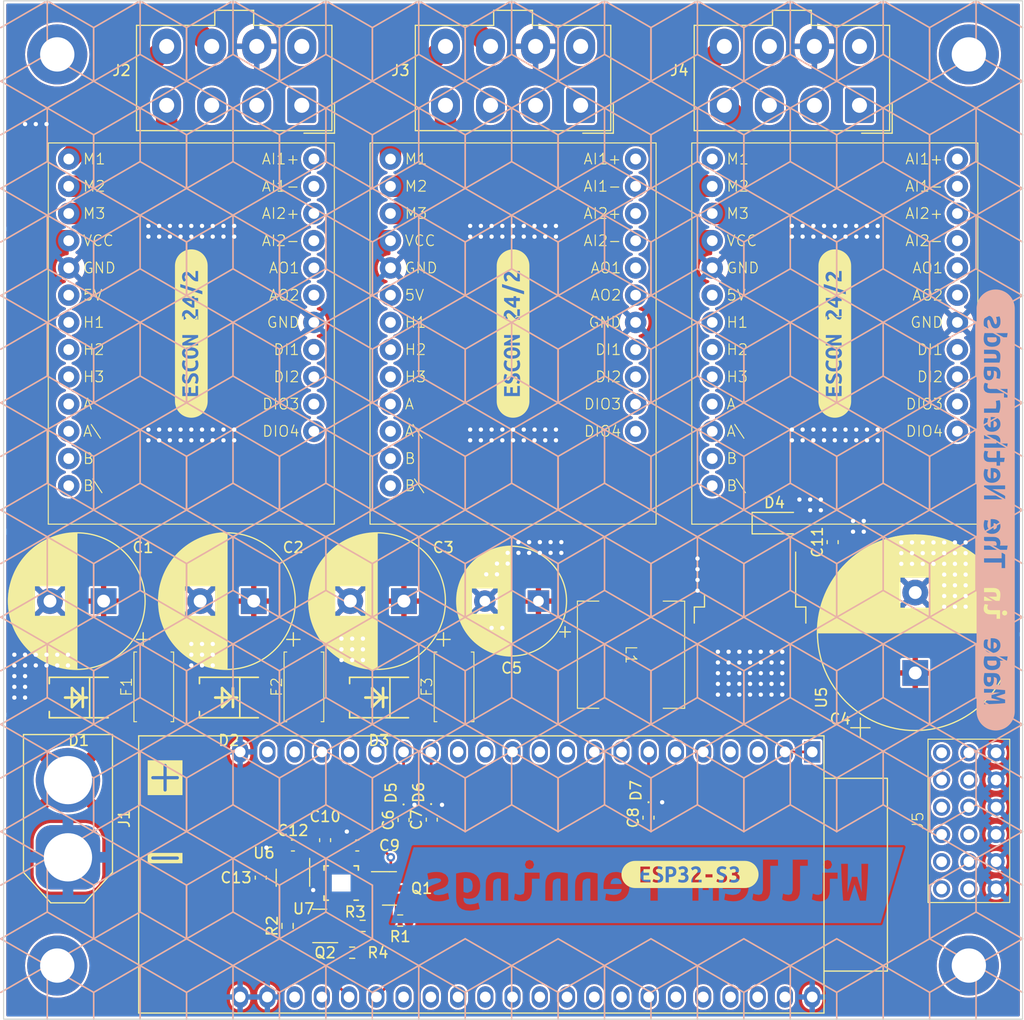
<source format=kicad_pcb>
(kicad_pcb (version 20221018) (generator pcbnew)
  (layers (0 "F.Cu" signal) (1 "In1.Cu" signal) (2 "In2.Cu" signal) (31 "B.Cu" signal) (34 "B.Paste" user) (35 "F.Paste" user) (36 "B.SilkS" user "B.Silkscreen") (37 "F.SilkS" user "F.Silkscreen") (38 "B.Mask" user) (39 "F.Mask" user) (44 "Edge.Cuts" user))
  (net 0 "")
  (net 1 "GND")
  (net 2 "VCC_M1")
  (net 3 "VCC_M2")
  (net 4 "VCC_M3")
  (net 5 "+24V")
  (net 6 "+5V")
  (net 7 "AO1_M1")
  (net 8 "AO1_M2")
  (net 9 "AO1_M3")
  (net 10 "+1V8")
  (net 11 "Net-(U7-REGOUT)")
  (net 12 "Net-(D4-K)")
  (net 13 "H1_M1")
  (net 14 "H2_M1")
  (net 15 "5V_M1")
  (net 16 "P3_M1")
  (net 17 "H3_M1")
  (net 18 "P1_M1")
  (net 19 "P2_M1")
  (net 20 "H1_M2")
  (net 21 "H2_M2")
  (net 22 "5V_M2")
  (net 23 "P3_M2")
  (net 24 "H3_M2")
  (net 25 "P1_M2")
  (net 26 "P2_M2")
  (net 27 "H1_M3")
  (net 28 "H2_M3")
  (net 29 "5V_M3")
  (net 30 "P3_M3")
  (net 31 "H3_M3")
  (net 32 "P1_M3")
  (net 33 "P2_M3")
  (net 34 "SERVO1")
  (net 35 "SERVO2")
  (net 36 "SERVO3")
  (net 37 "SERVO4")
  (net 38 "SERVO5")
  (net 39 "SERVO6")
  (net 40 "SDA_1V8")
  (net 41 "SDA")
  (net 42 "SCL_1V8")
  (net 43 "SCL")
  (net 48 "+3V3")
  (net 50 "DI2_M1")
  (net 60 "DI1_M1")
  (net 62 "DI2_M2")
  (net 72 "DI1_M2")
  (net 74 "DI2_M3")
  (net 80 "DI1_M3")
  (footprint "Package_TO_SOT_SMD:SOT-23-5" (layer "F.Cu") (at 46.975 101.8 -90)
    (fp_text reference "U6")
    (fp_text value "~")
  )
  (footprint "cube-motherboard:SMB_L4.4-W3.6-LS5.4-RD" (layer "F.Cu") (at 55 85 180)
    (fp_text reference "D3")
    (fp_text value "SMBJ33A")
  )
  (footprint "PCM_Espressif:ESP32-S3-DevKitC" (layer "F.Cu") (at 95.39208 90.07 -90)
    (fp_text reference "U4" hide)
    (fp_text value "ESP32-S3-DevKitC" hide)
  )
  (footprint "Capacitor_SMD:C_0603_1608Metric" (layer "F.Cu") (at 52.975 98.8)
    (fp_text reference "C9")
    (fp_text value "0.1uF")
  )
  (footprint "MountingHole:MountingHole_3.2mm_M3_DIN965_Pad" (layer "F.Cu") (at 110 110)
    (fp_text reference "H4" hide)
    (fp_text value "MountingHole")
  )
  (footprint "cube-motherboard:Escon_24" (layer "F.Cu") (at 37.5 50)
    (fp_text reference "U1")
    (fp_text value "Escon_24/2")
  )
  (footprint "Package_TO_SOT_SMD:SOT-23" (layer "F.Cu") (at 49.475 106.3 180)
    (fp_text reference "Q2")
    (fp_text value "BSS138")
  )
  (footprint "Connector_AMASS:AMASS_XT60-F_1x02_P7.20mm_Vertical" (layer "F.Cu") (at 26 99.9 90)
    (fp_text reference "J1")
    (fp_text value "Conn_01x02")
  )
  (footprint "Capacitor_THT:CP_Radial_D10.0mm_P5.00mm" (layer "F.Cu") (at 69.867677 76 180)
    (fp_text reference "C5")
    (fp_text value "C_Polarized")
  )
  (footprint "MountingHole:MountingHole_3.2mm_M3_DIN965_Pad" (layer "F.Cu") (at 25 25)
    (fp_text reference "H1" hide)
    (fp_text value "MountingHole")
  )
  (footprint "kibuzzard-65625B53" (layer "F.Cu") (at 37.5 51.04 90)
    (fp_text reference "kibuzzard-65625B53" hide)
    (fp_text value "G***" hide)
  )
  (footprint "Diode_SMD:D_0402_1005Metric" (layer "F.Cu") (at 57.29208 93.88 90)
    (fp_text reference "D5")
    (fp_text value "D_TVS")
  )
  (footprint "Diode_SMD:D_0402_1005Metric" (layer "F.Cu") (at 59.86 93.8425 90)
    (fp_text reference "D6")
    (fp_text value "D_TVS")
  )
  (footprint "Capacitor_SMD:C_0603_1608Metric" (layer "F.Cu") (at 57.29208 96.42 90)
    (fp_text reference "C6")
    (fp_text value "0.1uF")
  )
  (footprint "kibuzzard-65625B53" (layer "F.Cu") (at 97.5 51.04 90)
    (fp_text reference "kibuzzard-65625B53" hide)
    (fp_text value "G***" hide)
  )
  (footprint "cube-motherboard:PinHeader_03x06" (layer "F.Cu") (at 110 96.5 90)
    (fp_text reference "J5")
    (fp_text value "Conn_01x18" hide)
  )
  (footprint "Capacitor_SMD:C_0603_1608Metric" (layer "F.Cu") (at 43.975 101.8 90)
    (fp_text reference "C13")
    (fp_text value "10uF")
  )
  (footprint "cube-motherboard:Littelfuse 0157004.DR" (layer "F.Cu") (at 62 84 90)
    (fp_text reference "F3")
    (fp_text value "Fuse")
  )
  (footprint "Sensor_Motion:InvenSense_QFN-24_3x3mm_P0.4mm" (layer "F.Cu") (at 51.475 102.3 180)
    (fp_text reference "U7")
    (fp_text value "ICM-20948")
  )
  (footprint "Resistor_SMD:R_0603_1608Metric" (layer "F.Cu") (at 53.475 106.3)
    (fp_text reference "R3")
    (fp_text value "10k")
  )
  (footprint "Capacitor_SMD:C_0603_1608Metric" (layer "F.Cu") (at 80.13 96.205 90)
    (fp_text reference "C8")
    (fp_text value "0.1uF")
  )
  (footprint "cube-motherboard:SMB_L4.4-W3.6-LS5.4-RD" (layer "F.Cu") (at 27 85 180)
    (fp_text reference "D1")
    (fp_text value "SMBJ33A")
  )
  (footprint "cube-motherboard:SMB_L4.4-W3.6-LS5.4-RD" (layer "F.Cu") (at 41 85 180)
    (fp_text reference "D2")
    (fp_text value "SMBJ33A")
  )
  (footprint "Connector_Molex:Molex_Mini-Fit_Jr_5566-08A_2x04_P4.20mm_Vertical" (layer "F.Cu") (at 47.8 29.75 180)
    (fp_text reference "J2")
    (fp_text value "Conn_02x04_Top_Bottom")
  )
  (footprint "Diode_SMD:D_SOD-123F" (layer "F.Cu") (at 92 68.725)
    (fp_text reference "D4")
    (fp_text value "SS34")
  )
  (footprint "cube-motherboard:Littelfuse 0157004.DR" (layer "F.Cu") (at 34 84 90)
    (fp_text reference "F1")
    (fp_text value "Fuse")
  )
  (footprint "cube-motherboard:Escon_24" (layer "F.Cu") (at 67.5 50)
    (fp_text reference "U2")
    (fp_text value "Escon_24/2")
  )
  (footprint "Capacitor_THT:CP_Radial_D12.5mm_P5.00mm" (layer "F.Cu") (at 43.323959 76 180)
    (fp_text reference "C2")
    (fp_text value "C_Polarized")
  )
  (footprint "Diode_SMD:D_0402_1005Metric" (layer "F.Cu") (at 80.13 93.6725 90)
    (fp_text reference "D7")
    (fp_text value "D_TVS")
  )
  (footprint "Connector_Molex:Molex_Mini-Fit_Jr_5566-08A_2x04_P4.20mm_Vertical" (layer "F.Cu") (at 73.8 29.75 180)
    (fp_text reference "J3")
    (fp_text value "Conn_02x04_Top_Bottom")
  )
  (footprint "Capacitor_THT:CP_Radial_D12.5mm_P5.00mm" (layer "F.Cu") (at 29.323959 76 180)
    (fp_text reference "C1")
    (fp_text value "C_Polarized")
  )
  (footprint "Capacitor_THT:CP_Radial_D18.0mm_P7.50mm" (layer "F.Cu") (at 105 82.70278 90)
    (fp_text reference "C4")
    (fp_text value "470uF 50V")
  )
  (footprint "Capacitor_SMD:C_0603_1608Metric" (layer "F.Cu") (at 59.92 96.39 90)
    (fp_text reference "C7")
    (fp_text value "0.1uF")
  )
  (footprint "Resistor_SMD:R_0603_1608Metric" (layer "F.Cu") (at 52.5 108.8 180)
    (fp_text reference "R4")
    (fp_text value "10k")
  )
  (footprint "Capacitor_THT:CP_Radial_D12.5mm_P5.00mm" (layer "F.Cu") (at 57.323959 76 180)
    (fp_text reference "C3")
    (fp_text value "C_Polarized")
  )
  (footprint "cube-motherboard:Escon_24" (layer "F.Cu") (at 97.5 50)
    (fp_text reference "U3")
    (fp_text value "Escon_24/2")
  )
  (footprint "cube-motherboard:Bourns SRP1050WA-680M" (layer "F.Cu") (at 78.5 81 -90)
    (fp_text reference "L1")
    (fp_text value "68 uH")
  )
  (footprint "Capacitor_SMD:C_0603_1608Metric" (layer "F.Cu") (at 97.3 70.5 90)
    (fp_text reference "C11")
    (fp_text value "0.1uF 50V")
  )
  (footprint "MountingHole:MountingHole_3.2mm_M3_DIN965_Pad" (layer "F.Cu") (at 25 110)
    (fp_text reference "H3" hide)
    (fp_text value "MountingHole")
  )
  (footprint "Resistor_SMD:R_0603_1608Metric" (layer "F.Cu") (at 56.975 105.8)
    (fp_text reference "R1")
    (fp_text value "10k")
  )
  (footprint "kibuzzard-65625B53" (layer "F.Cu") (at 67.5 51.04 90)
    (fp_text reference "kibuzzard-65625B53" hide)
    (fp_text value "G***" hide)
  )
  (footprint "kibuzzard-65625B38" (layer "F.Cu") (at 84 101.5)
    (fp_text reference "kibuzzard-65625B38" hide)
    (fp_text value "G***" hide)
  )
  (footprint "Capacitor_SMD:C_0603_1608Metric" (layer "F.Cu") (at 49.975 98.3 90)
    (fp_text reference "C10")
    (fp_text value "0.1uF")
  )
  (footprint "Resistor_SMD:R_0603_1608Metric" (layer "F.Cu") (at 46.475 106.3 90)
    (fp_text reference "R2")
    (fp_text value "10k")
  )
  (footprint "Capacitor_SMD:C_0603_1608Metric" (layer "F.Cu") (at 46.975 98.8 180)
    (fp_text reference "C12")
    (fp_text value "10uF")
  )
  (footprint "Package_TO_SOT_SMD:SOT-23" (layer "F.Cu") (at 55.975 102.8)
    (fp_text reference "Q1")
    (fp_text value "BSS138")
  )
  (footprint "Package_TO_SOT_SMD:TO-263-5_TabPin3" (layer "F.Cu") (at 89.6 81.375 -90)
    (fp_text reference "U5")
    (fp_text value "LM2596S-5")
  )
  (footprint "Connector_Molex:Molex_Mini-Fit_Jr_5566-08A_2x04_P4.20mm_Vertical" (layer "F.Cu") (at 99.8 29.75 180)
    (fp_text reference "J4")
    (fp_text value "Conn_02x04_Top_Bottom")
  )
  (footprint "MountingHole:MountingHole_3.2mm_M3_DIN965_Pad" (layer "F.Cu") (at 110 25)
    (fp_text reference "H2" hide)
    (fp_text value "MountingHole")
  )
  (footprint "cube-motherboard:Littelfuse 0157004.DR" (layer "F.Cu") (at 48 84 90)
    (fp_text reference "F2")
    (fp_text value "Fuse")
  )
  (footprint "kibuzzard-65625AD1" (layer "B.Cu") (at 80 102.5 180)
    (fp_text reference "kibuzzard-65625AD1" hide)
    (fp_text value "G***" hide)
  )
  (footprint "kibuzzard-656267AE" (layer "B.Cu") (at 112.5 67.5 90)
    (fp_text reference "kibuzzard-656267AE" hide)
    (fp_text value "G***" hide)
  )
  (gr_line (start 37.057714 112.5) (end 41.387841 110) (stroke (width 0.15)) (layer "B.SilkS"))
  (gr_line (start 28.39746 72.5) (end 32.727587 70) (stroke (width 0.15)) (layer "B.SilkS"))
  (gr_line (start 89.019238 62.5) (end 89.019238 67.5) (stroke (width 0.15)) (layer "B.SilkS"))
  (gr_line (start 110.669873 110) (end 106.339746 107.5) (stroke (width 0.15)) (layer "B.SilkS"))
  (gr_line (start 110.669873 45) (end 115 47.5) (stroke (width 0.15)) (layer "B.SilkS"))
  (gr_line (start 110.669873 90) (end 115 92.5) (stroke (width 0.15)) (layer "B.SilkS"))
  (gr_line (start 58.708349 40) (end 63.038476 42.5) (stroke (width 0.15)) (layer "B.SilkS"))
  (gr_line (start 58.708349 90) (end 58.708349 95) (stroke (width 0.15)) (layer "B.SilkS"))
  (gr_line (start 28.39746 97.5) (end 24.067333 100) (stroke (width 0.15)) (layer "B.SilkS"))
  (gr_line (start 110.669873 90) (end 110.669873 95) (stroke (width 0.15)) (layer "B.SilkS"))
  (gr_line (start 110.669873 55) (end 115 57.5) (stroke (width 0.15)) (layer "B.SilkS"))
  (gr_line (start 41.387841 25) (end 45.717968 27.5) (stroke (width 0.15)) (layer "B.SilkS"))
  (gr_line (start 80.358984 27.5) (end 76.028857 30) (stroke (width 0.15)) (layer "B.SilkS"))
  (gr_line (start 97.679492 22.5) (end 102.009619 20) (stroke (width 0.15)) (layer "B.SilkS"))
  (gr_line (start 84.689111 60) (end 89.019238 62.5) (stroke (width 0.15)) (layer "B.SilkS"))
  (gr_line (start 89.019238 27.5) (end 84.689111 30) (stroke (width 0.15)) (layer "B.SilkS"))
  (gr_line (start 58.708349 70) (end 58.708349 75) (stroke (width 0.15)) (layer "B.SilkS"))
  (gr_line (start 37.057714 72.5) (end 41.387841 70) (stroke (width 0.15)) (layer "B.SilkS"))
  (gr_line (start 76.028857 110) (end 76.028857 115) (stroke (width 0.15)) (layer "B.SilkS"))
  (gr_line (start 110.669873 45) (end 106.339746 47.5) (stroke (width 0.15)) (layer "B.SilkS"))
  (gr_line (start 76.028857 85) (end 80.358984 87.5) (stroke (width 0.15)) (layer "B.SilkS"))
  (gr_line (start 41.387841 80) (end 45.717968 82.5) (stroke (width 0.15)) (layer "B.SilkS"))
  (gr_line (start 50.048095 85) (end 54.378222 87.5) (stroke (width 0.15)) (layer "B.SilkS"))
  (gr_line (start 106.339746 82.5) (end 106.339746 87.5) (stroke (width 0.15)) (layer "B.SilkS"))
  (gr_line (start 24.067333 45) (end 19.737206 47.5) (stroke (width 0.15)) (layer "B.SilkS"))
  (gr_line (start 24.067333 45) (end 28.39746 47.5) (stroke (width 0.15)) (layer "B.SilkS"))
  (gr_line (start 54.378222 52.5) (end 58.708349 50) (stroke (width 0.15)) (layer "B.SilkS"))
  (gr_line (start 67.368603 40) (end 67.368603 45) (stroke (width 0.15)) (layer "B.SilkS"))
  (gr_line (start 76.028857 40) (end 76.028857 45) (stroke (width 0.15)) (layer "B.SilkS"))
  (gr_line (start 24.067333 35) (end 19.737206 37.5) (stroke (width 0.15)) (layer "B.SilkS"))
  (gr_line (start 24.067333 40) (end 28.39746 42.5) (stroke (width 0.15)) (layer "B.SilkS"))
  (gr_line (start 93.349365 35) (end 97.679492 37.5) (stroke (width 0.15)) (layer "B.SilkS"))
  (gr_line (start 32.727587 45) (end 28.39746 47.5) (stroke (width 0.15)) (layer "B.SilkS"))
  (gr_line (start 76.028857 40) (end 80.358984 42.5) (stroke (width 0.15)) (layer "B.SilkS"))
  (gr_line (start 106.339746 107.5) (end 102.009619 110) (stroke (width 0.15)) (layer "B.SilkS"))
  (gr_line (start 80.358984 52.5) (end 84.689111 50) (stroke (width 0.15)) (layer "B.SilkS"))
  (gr_line (start 58.708349 35) (end 63.038476 37.5) (stroke (width 0.15)) (layer "B.SilkS"))
  (gr_line (start 37.057714 67.5) (end 32.727587 70) (stroke (width 0.15)) (layer "B.SilkS"))
  (gr_line (start 67.368603 40) (end 63.038476 37.5) (stroke (width 0.15)) (layer "B.SilkS"))
  (gr_line (start 110.669873 50) (end 110.669873 55) (stroke (width 0.15)) (layer "B.SilkS"))
  (gr_line (start 93.349365 80) (end 89.019238 77.5) (stroke (width 0.15)) (layer "B.SilkS"))
  (gr_line (start 58.708349 40) (end 58.708349 45) (stroke (width 0.15)) (layer "B.SilkS"))
  (gr_line (start 19.737206 112.5) (end 24.067333 110) (stroke (width 0.15)) (layer "B.SilkS"))
  (gr_line (start 102.009619 35) (end 106.339746 37.5) (stroke (width 0.15)) (layer "B.SilkS"))
  (gr_line (start 93.349365 110) (end 93.349365 115) (stroke (width 0.15)) (layer "B.SilkS"))
  (gr_line (start 28.39746 107.5) (end 24.067333 110) (stroke (width 0.15)) (layer "B.SilkS"))
  (gr_line (start 32.727587 50) (end 28.39746 47.5) (stroke (width 0.15)) (layer "B.SilkS"))
  (gr_line (start 24.067333 65) (end 28.39746 67.5) (stroke (width 0.15)) (layer "B.SilkS"))
  (gr_line (start 110.669873 50) (end 106.339746 47.5) (stroke (width 0.15)) (layer "B.SilkS"))
  (gr_line (start 97.679492 47.5) (end 97.679492 42.5) (stroke (width 0.15)) (layer "B.SilkS"))
  (gr_line (start 41.387841 60) (end 41.387841 65) (stroke (width 0.15)) (layer "B.SilkS"))
  (gr_line (start 84.689111 70) (end 84.689111 75) (stroke (width 0.15)) (layer "B.SilkS"))
  (gr_line (start 24.067333 60) (end 24.067333 65) (stroke (width 0.15)) (layer "B.SilkS"))
  (gr_line (start 93.349365 70) (end 97.679492 72.5) (stroke (width 0.15)) (layer "B.SilkS"))
  (gr_line (start 76.028857 30) (end 76.028857 35) (stroke (width 0.15)) (layer "B.SilkS"))
  (gr_line (start 58.708349 25) (end 63.038476 27.5) (stroke (width 0.15)) (layer "B.SilkS"))
  (gr_line (start 45.717968 72.5) (end 45.717968 77.5) (stroke (width 0.15)) (layer "B.SilkS"))
  (gr_line (start 80.358984 62.5) (end 80.358984 67.5) (stroke (width 0.15)) (layer "B.SilkS"))
  (gr_line (start 71.69873 92.5) (end 76.028857 90) (stroke (width 0.15)) (layer "B.SilkS"))
  (gr_line (start 110.669873 70) (end 110.669873 75) (stroke (width 0.15)) (layer "B.SilkS"))
  (gr_line (start 84.689111 60) (end 84.689111 65) (stroke (width 0.15)) (layer "B.SilkS"))
  (gr_line (start 84.689111 95) (end 80.358984 97.5) (stroke (width 0.15)) (layer "B.SilkS"))
  (gr_line (start 89.019238 72.5) (end 93.349365 70) (stroke (width 0.15)) (layer "B.SilkS"))
  (gr_line (start 24.067333 100) (end 19.737206 97.5) (stroke (width 0.15)) (layer "B.SilkS"))
  (gr_line (start 106.339746 77.5) (end 106.339746 72.5) (stroke (width 0.15)) (layer "B.SilkS"))
  (gr_line (start 32.727587 90) (end 32.727587 95) (stroke (width 0.15)) (layer "B.SilkS"))
  (gr_line (start 89.019238 72.5) (end 89.019238 77.5) (stroke (width 0.15)) (layer "B.SilkS"))
  (gr_line (start 24.067333 75) (end 19.737206 77.5) (stroke (width 0.15)) (layer "B.SilkS"))
  (gr_line (start 80.358984 57.5) (end 80.358984 52.5) (stroke (width 0.15)) (layer "B.SilkS"))
  (gr_line (start 115 57.5) (end 110.669873 60) (stroke (width 0.15)) (layer "B.SilkS"))
  (gr_line (start 50.048095 30) (end 50.048095 35) (stroke (width 0.15)) (layer "B.SilkS"))
  (gr_line (start 45.717968 27.5) (end 45.717968 22.5) (stroke (width 0.15)) (layer "B.SilkS"))
  (gr_line (start 71.69873 52.5) (end 76.028857 50) (stroke (width 0.15)) (layer "B.SilkS"))
  (gr_line (start 71.69873 22.5) (end 71.69873 27.5) (stroke (width 0.15)) (layer "B.SilkS"))
  (gr_line (start 102.009619 45) (end 106.339746 47.5) (stroke (width 0.15)) (layer "B.SilkS"))
  (gr_line (start 89.019238 87.5) (end 89.019238 82.5) (stroke (width 0.15)) (layer "B.SilkS"))
  (gr_line (start 50.048095 45) (end 45.717968 47.5) (stroke (width 0.15)) (layer "B.SilkS"))
  (gr_line (start 110.669873 20) (end 115 22.5) (stroke (width 0.15)) (layer "B.SilkS"))
  (gr_line (start 24.067333 100) (end 28.39746 102.5) (stroke (width 0.15)) (layer "B.SilkS"))
  (gr_line (start 89.019238 92.5) (end 93.349365 90) (stroke (width 0.15)) (layer "B.SilkS"))
  (gr_line (start 93.349365 110) (end 89.019238 107.5) (stroke (width 0.15)) (layer "B.SilkS"))
  (gr_line (start 76.028857 65) (end 80.358984 67.5) (stroke (width 0.15)) (layer "B.SilkS"))
  (gr_line (start 41.387841 75) (end 45.717968 77.5) (stroke (width 0.15)) (layer "B.SilkS"))
  (gr_line (start 63.038476 82.5) (end 63.038476 87.5) (stroke (width 0.15)) (layer "B.SilkS"))
  (gr_line (start 19.737206 32.5) (end 24.067333 30) (stroke (width 0.15)) (layer "B.SilkS"))
  (gr_line (start 50.048095 90) (end 45.717968 87.5) (stroke (width 0.15)) (layer "B.SilkS"))
  (gr_line (start 54.378222 57.5) (end 54.378222 52.5) (stroke (width 0.15)) (layer "B.SilkS"))
  (gr_line (start 110.669873 110) (end 115 112.5) (stroke (width 0.15)) (layer "B.SilkS"))
  (gr_line (start 50.048095 40) (end 45.717968 37.5) (stroke (width 0.15)) (layer "B.SilkS"))
  (gr_line (start 110.669873 100) (end 115 102.5) (stroke (width 0.15)) (layer "B.SilkS"))
  (gr_line (start 67.368603 50) (end 63.038476 47.5) (stroke (width 0.15)) (layer "B.SilkS"))
  (gr_line (start 32.727587 95) (end 28.39746 97.5) (stroke (width 0.15)) (layer "B.SilkS"))
  (gr_line (start 76.028857 80) (end 80.358984 82.5) (stroke (width 0.15)) (layer "B.SilkS"))
  (gr_line (start 63.038476 62.5) (end 67.368603 60) (stroke (width 0.15)) (layer "B.SilkS"))
  (gr_line (start 54.378222 107.5) (end 50.048095 110) (stroke (width 0.15)) (layer "B.SilkS"))
  (gr_line (start 50.048095 100) (end 50.048095 105) (stroke (width 0.15)) (layer "B.SilkS"))
  (gr_line (start 37.057714 115) (end 37.057714 112.5) (stroke (width 0.15)) (layer "B.SilkS"))
  (gr_line (start 89.019238 37.5) (end 89.019238 32.5) (stroke (width 0.15)) (layer "B.SilkS"))
  (gr_line (start 89.019238 82.5) (end 89.019238 87.5) (stroke (width 0.15)) (layer "B.SilkS"))
  (gr_line (start 37.057714 82.5) (end 41.387841 80) (stroke (width 0.15)) (layer "B.SilkS"))
  (gr_line (start 41.387841 110) (end 45.717968 112.5) (stroke (width 0.15)) (layer "B.SilkS"))
  (gr_line (start 63.038476 115) (end 63.038476 112.5) (stroke (width 0.15)) (layer "B.SilkS"))
  (gr_line (start 45.717968 107.5) (end 45.717968 102.5) (stroke (width 0.15)) (layer "B.SilkS"))
  (gr_line (start 106.339746 107.5) (end 106.339746 102.5) (stroke (width 0.15)) (layer "B.SilkS"))
  (gr_line (start 28.39746 67.5) (end 24.067333 70) (stroke (width 0.15)) (layer "B.SilkS"))
  (gr_line (start 32.727587 95) (end 37.057714 97.5) (stroke (width 0.15)) (layer "B.SilkS"))
  (gr_line (start 58.708349 85) (end 63.038476 87.5) (stroke (width 0.15)) (layer "B.SilkS"))
  (gr_line (start 93.349365 90) (end 93.349365 95) (stroke (width 0.15)) (layer "B.SilkS"))
  (gr_line (start 80.358984 32.5) (end 84.689111 30) (stroke (width 0.15)) (layer "B.SilkS"))
  (gr_line (start 41.387841 60) (end 37.057714 57.5) (stroke (width 0.15)) (layer "B.SilkS"))
  (gr_line (start 110.669873 30) (end 110.669873 35) (stroke (width 0.15)) (layer "B.SilkS"))
  (gr_line (start 45.717968 57.5) (end 45.717968 52.5) (stroke (width 0.15)) (layer "B.SilkS"))
  (gr_line (start 97.679492 87.5) (end 97.679492 82.5) (stroke (width 0.15)) (layer "B.SilkS"))
  (gr_line (start 67.368603 95) (end 71.69873 97.5) (stroke (width 0.15)) (layer "B.SilkS"))
  (gr_line (start 102.009619 75) (end 97.679492 77.5) (stroke (width 0.15)) (layer "B.SilkS"))
  (gr_line (start 106.339746 32.5) (end 110.669873 30) (stroke (width 0.15)) (layer "B.SilkS"))
  (gr_line (start 54.378222 27.5) (end 50.048095 30) (stroke (width 0.15)) (layer "B.SilkS"))
  (gr_line (start 93.349365 50) (end 89.019238 47.5) (stroke (width 0.15)) (layer "B.SilkS"))
  (gr_line (start 106.339746 72.5) (end 110.669873 70) (stroke (width 0.15)) (layer "B.SilkS"))
  (gr_line (start 63.038476 32.5) (end 63.038476 37.5) (stroke (width 0.15)) (layer "B.SilkS"))
  (gr_line (start 84.689111 25) (end 80.358984 27.5) (stroke (width 0.15)) (layer "B.SilkS"))
  (gr_line (start 41.387841 110) (end 41.387841 115) (stroke (width 0.15)) (layer "B.SilkS"))
  (gr_line (start 84.689111 50) (end 80.358984 47.5) (stroke (width 0.15)) (layer "B.SilkS"))
  (gr_line (start 97.679492 22.5) (end 97.679492 27.5) (stroke (width 0.15)) (layer "B.SilkS"))
  (gr_line (start 28.39746 32.5) (end 32.727587 30) (stroke (width 0.15)) (layer "B.SilkS"))
  (gr_line (start 76.028857 20) (end 76.028857 25) (stroke (width 0.15)) (layer "B.SilkS"))
  (gr_line (start 24.067333 60) (end 28.39746 62.5) (stroke (width 0.15)) (layer "B.SilkS"))
  (gr_line (start 41.387841 90) (end 41.387841 95) (stroke (width 0.15)) (layer "B.SilkS"))
  (gr_line (start 76.028857 50) (end 76.028857 55) (stroke (width 0.15)) (layer "B.SilkS"))
  (gr_line (start 28.39746 77.5) (end 24.067333 80) (stroke (width 0.15)) (layer "B.SilkS"))
  (gr_line (start 84.689111 55) (end 80.358984 57.5) (stroke (width 0.15)) (layer "B.SilkS"))
  (gr_line (start 28.39746 112.5) (end 32.727587 110) (stroke (width 0.15)) (layer "B.SilkS"))
  (gr_line (start 106.339746 62.5) (end 106.339746 67.5) (stroke (width 0.15)) (layer "B.SilkS"))
  (gr_line (start 37.057714 72.5) (end 37.057714 77.5) (stroke (width 0.15)) (layer "B.SilkS"))
  (gr_line (start 80.358984 32.5) (end 80.358984 37.5) (stroke (width 0.15)) (layer "B.SilkS"))
  (gr_line (start 50.048095 25) (end 45.717968 27.5) (stroke (width 0.15)) (layer "B.SilkS"))
  (gr_line (start 84.689111 25) (end 89.019238 27.5) (stroke (width 0.15)) (layer "B.SilkS"))
  (gr_line (start 89.019238 52.5) (end 89.019238 57.5) (stroke (width 0.15)) (layer "B.SilkS"))
  (gr_line (start 80.358984 87.5) (end 76.028857 90) (stroke (width 0.15)) (layer "B.SilkS"))
  (gr_line (start 28.39746 42.5) (end 32.727587 40) (stroke (width 0.15)) (layer "B.SilkS"))
  (gr_line (start 97.679492 67.5) (end 93.349365 70) (stroke (width 0.15)) (layer "B.SilkS"))
  (gr_line (start 93.349365 85) (end 97.679492 87.5) (stroke (width 0.15)) (layer "B.SilkS"))
  (gr_line (start 24.067333 90) (end 19.737206 87.5) (stroke (width 0.15)) (layer "B.SilkS"))
  (gr_line (start 106.339746 22.5) (end 110.669873 20) (stroke (width 0.15)) (layer "B.SilkS"))
  (gr_line (start 58.708349 110) (end 63.038476 112.5) (stroke (width 0.15)) (layer "B.SilkS"))
  (gr_line (start 37.057714 27.5) (end 37.057714 22.5) (stroke (width 0.15)) (layer "B.SilkS"))
  (gr_line (start 58.708349 25) (end 54.378222 27.5) (stroke (width 0.15)) (layer "B.SilkS"))
  (gr_line (start 84.689111 95) (end 89.019238 97.5) (stroke (width 0.15)) (layer "B.SilkS"))
  (gr_line (start 28.39746 87.5) (end 28.39746 82.5) (stroke (width 0.15)) (layer "B.SilkS"))
  (gr_line (start 24.067333 70) (end 28.39746 72.5) (stroke (width 0.15)) (layer "B.SilkS"))
  (gr_line (start 71.69873 52.5) (end 71.69873 57.5) (stroke (width 0.15)) (layer "B.SilkS"))
  (gr_line (start 67.368603 35) (end 63.038476 37.5) (stroke (width 0.15)) (layer "B.SilkS"))
  (gr_line (start 45.717968 62.5) (end 45.717968 67.5) (stroke (width 0.15)) (layer "B.SilkS"))
  (gr_line (start 63.038476 97.5) (end 63.038476 92.5) (stroke (width 0.15)) (layer "B.SilkS"))
  (gr_line (start 80.358984 92.5) (end 84.689111 90) (stroke (width 0.15)) (layer "B.SilkS"))
  (gr_line (start 54.378222 82.5) (end 58.708349 80) (stroke (width 0.15)) (layer "B.SilkS"))
  (gr_line (start 41.387841 35) (end 45.717968 37.5) (stroke (width 0.15)) (layer "B.SilkS"))
  (gr_line (start 37.057714 47.5) (end 32.727587 50) (stroke (width 0.15)) (layer "B.SilkS"))
  (gr_line (start 93.349365 85) (end 89.019238 87.5) (stroke (width 0.15)) (layer "B.SilkS"))
  (gr_line (start 50.048095 70) (end 50.048095 75) (stroke (width 0.15)) (layer "B.SilkS"))
  (gr_line (start 89.019238 47.5) (end 89.019238 42.5) (stroke (width 0.15)) (layer "B.SilkS"))
  (gr_line (start 106.339746 67.5) (end 106.339746 62.5) (stroke (width 0.15)) (layer "B.SilkS"))
  (gr_line (start 63.038476 52.5) (end 63.038476 57.5) (stroke (width 0.15)) (layer "B.SilkS"))
  (gr_line (start 89.019238 32.5) (end 93.349365 30) (stroke (width 0.15)) (layer "B.SilkS"))
  (gr_line (start 80.358984 72.5) (end 84.689111 70) (stroke (width 0.15)) (layer "B.SilkS"))
  (gr_line (start 32.727587 20) (end 37.057714 22.5) (stroke (width 0.15)) (layer "B.SilkS"))
  (gr_line (start 80.358984 22.5) (end 80.358984 27.5) (stroke (width 0.15)) (layer "B.SilkS"))
  (gr_line (start 110.669873 65) (end 106.339746 67.5) (stroke (width 0.15)) (layer "B.SilkS"))
  (gr_line (start 45.717968 52.5) (end 45.717968 57.5) (stroke (width 0.15)) (layer "B.SilkS"))
  (gr_line (start 54.378222 82.5) (end 54.378222 87.5) (stroke (width 0.15)) (layer "B.SilkS"))
  (gr_line (start 106.339746 42.5) (end 106.339746 47.5) (stroke (width 0.15)) (layer "B.SilkS"))
  (gr_line (start 102.009619 80) (end 106.339746 82.5) (stroke (width 0.15)) (layer "B.SilkS"))
  (gr_line (start 102.009619 60) (end 97.679492 57.5) (stroke (width 0.15)) (layer "B.SilkS"))
  (gr_line (start 67.368603 85) (end 63.038476 87.5) (stroke (width 0.15)) (layer "B.SilkS"))
  (gr_line (start 110.669873 105) (end 106.339746 107.5) (stroke (width 0.15)) (layer "B.SilkS"))
  (gr_line (start 106.339746 37.5) (end 102.009619 40) (stroke (width 0.15)) (layer "B.SilkS"))
  (gr_line (start 24.067333 105) (end 19.737206 107.5) (stroke (width 0.15)) (layer "B.SilkS"))
  (gr_line (start 24.067333 60) (end 19.737206 57.5) (stroke (width 0.15)) (layer "B.SilkS"))
  (gr_line (start 110.669873 35) (end 106.339746 37.5) (stroke (width 0.15)) (layer "B.SilkS"))
  (gr_line (start 28.39746 82.5) (end 28.39746 87.5) (stroke (width 0.15)) (layer "B.SilkS"))
  (gr_line (start 41.387841 45) (end 45.717968 47.5) (stroke (width 0.15)) (layer "B.SilkS"))
  (gr_line (start 37.057714 97.5) (end 37.057714 92.5) (stroke (width 0.15)) (layer "B.SilkS"))
  (gr_line (start 97.679492 67.5) (end 97.679492 62.5) (stroke (width 0.15)) (layer "B.SilkS"))
  (gr_line (start 93.349365 25) (end 89.019238 27.5) (stroke (width 0.15)) (layer "B.SilkS"))
  (gr_line (start 71.69873 82.5) (end 76.028857 80) (stroke (width 0.15)) (layer "B.SilkS"))
  (gr_line (start 37.057714 92.5) (end 41.387841 90) (stroke (width 0.15)) (layer "B.SilkS"))
  (gr_line (start 37.057714 52.5) (end 41.387841 50) (stroke (width 0.15)) (layer "B.SilkS"))
  (gr_line (start 63.038476 87.5) (end 63.038476 82.5) (stroke (width 0.15)) (layer "B.SilkS"))
  (gr_line (start 80.358984 92.5) (end 80.358984 97.5) (stroke (width 0.15)) (layer "B.SilkS"))
  (gr_line (start 93.349365 20) (end 97.679492 22.5) (stroke (width 0.15)) (layer "B.SilkS"))
  (gr_line (start 110.669873 60) (end 110.669873 65) (stroke (width 0.15)) (layer "B.SilkS"))
  (gr_line (start 71.69873 32.5) (end 76.028857 30) (stroke (width 0.15)) (layer "B.SilkS"))
  (gr_line (start 106.339746 42.5) (end 110.669873 40) (stroke (width 0.15)) (layer "B.SilkS"))
  (gr_line (start 115 107.5) (end 110.669873 110) (stroke (width 0.15)) (layer "B.SilkS"))
  (gr_line (start 97.679492 82.5) (end 102.009619 80) (stroke (width 0.15)) (layer "B.SilkS"))
  (gr_line (start 71.69873 77.5) (end 71.69873 72.5) (stroke (width 0.15)) (layer "B.SilkS"))
  (gr_line (start 93.349365 60) (end 97.679492 62.5) (stroke (width 0.15)) (layer "B.SilkS"))
  (gr_line (start 41.387841 50) (end 45.717968 52.5) (stroke (width 0.15)) (layer "B.SilkS"))
  (gr_line (start 110.669873 85) (end 106.339746 87.5) (stroke (width 0.15)) (layer "B.SilkS"))
  (gr_line (start 24.067333 80) (end 19.737206 77.5) (stroke (width 0.15)) (layer "B.SilkS"))
  (gr_line (start 50.048095 50) (end 50.048095 55) (stroke (width 0.15)) (layer "B.SilkS"))
  (gr_line (start 32.727587 40) (end 28.39746 37.5) (stroke (width 0.15)) (layer "B.SilkS"))
  (gr_line (start 102.009619 85) (end 106.339746 87.5) (stroke (width 0.15)) (layer "B.SilkS"))
  (gr_line (start 110.669873 60) (end 115 62.5) (stroke (width 0.15)) (layer "B.SilkS"))
  (gr_line (start 97.679492 62.5) (end 102.009619 60) (stroke (width 0.15)) (layer "B.SilkS"))
  (gr_line (start 58.708349 60) (end 54.378222 57.5) (stroke (width 0.15)) (layer "B.SilkS"))
  (gr_line (start 63.038476 92.5) (end 67.368603 90) (stroke (width 0.15)) (layer "B.SilkS"))
  (gr_line (start 50.048095 55) (end 54.378222 57.5) (stroke (width 0.15)) (layer "B.SilkS"))
  (gr_line (start 97.679492 72.5) (end 97.679492 77.5) (stroke (width 0.15)) (layer "B.SilkS"))
  (gr_line (start 110.669873 25) (end 115 27.5) (stroke (width 0.15)) (layer "B.SilkS"))
  (gr_line (start 37.057714 107.5) (end 32.727587 110) (stroke (width 0.15)) (layer "B.SilkS"))
  (gr_line (start 54.378222 37.5) (end 50.048095 40) (stroke (width 0.15)) (layer "B.SilkS"))
  (gr_line (start 80.358984 52.5) (end 80.358984 57.5) (stroke (width 0.15)) (layer "B.SilkS"))
  (gr_line (start 110.669873 55) (end 106.339746 57.5) (stroke (width 0.15)) (layer "B.SilkS"))
  (gr_line (start 67.368603 30) (end 71.69873 32.5) (stroke (width 0.15)) (layer "B.SilkS"))
  (gr_line (start 45.717968 42.5) (end 45.717968 47.5) (stroke (width 0.15)) (layer "B.SilkS"))
  (gr_line (start 50.048095 105) (end 45.717968 107.5) (stroke (width 0.15)) (layer "B.SilkS"))
  (gr_line (start 19.737206 62.5) (end 24.067333 60) (stroke (width 0.15)) (layer "B.SilkS"))
  (gr_line (start 80.358984 82.5) (end 84.689111 80) (stroke (width 0.15)) (layer "B.SilkS"))
  (gr_line (start 76.028857 75) (end 71.69873 77.5) (stroke (width 0.15)) (layer "B.SilkS"))
  (gr_line (start 37.057714 57.5) (end 32.727587 60) (stroke (width 0.15)) (layer "B.SilkS"))
  (gr_line (start 32.727587 85) (end 28.39746 87.5) (stroke (width 0.15)) (layer "B.SilkS"))
  (gr_line (start 63.038476 77.5) (end 58.708349 80) (stroke (width 0.15)) (layer "B.SilkS"))
  (gr_line (start 71.69873 62.5) (end 71.69873 67.5) (stroke (width 0.15)) (layer "B.SilkS"))
  (gr_line (start 32.727587 45) (end 37.057714 47.5) (stroke (width 0.15)) (layer "B.SilkS"))
  (gr_line (start 93.349365 50) (end 97.679492 52.5) (stroke (width 0.15)) (layer "B.SilkS"))
  (gr_line (start 84.689111 20) (end 89.019238 22.5) (stroke (width 0.15)) (layer "B.SilkS"))
  (gr_line (start 28.39746 115) (end 28.39746 112.5) (stroke (width 0.15)) (layer "B.SilkS"))
  (gr_line (start 102.009619 95) (end 106.339746 97.5) (stroke (width 0.15)) (layer "B.SilkS"))
  (gr_line (start 71.69873 27.5) (end 67.368603 30) (stroke (width 0.15)) (layer "B.SilkS"))
  (gr_line (start 84.689111 30) (end 89.019238 32.5) (stroke (width 0.15)) (layer "B.SilkS"))
  (gr_line (start 54.378222 77.5) (end 50.048095 80) (stroke (width 0.15)) (layer "B.SilkS"))
  (gr_line (start 106.339746 47.5) (end 102.009619 50) (stroke (width 0.15)) (layer "B.SilkS"))
  (gr_line (start 24.067333 110) (end 19.737206 107.5) (stroke (width 0.15)) (layer "B.SilkS"))
  (gr_line (start 84.689111 85) (end 89.019238 87.5) (stroke (width 0.15)) (layer "B.SilkS"))
  (gr_line (start 50.048095 70) (end 54.378222 72.5) (stroke (width 0.15)) (layer "B.SilkS"))
  (gr_line (start 63.038476 27.5) (end 63.038476 22.5) (stroke (width 0.15)) (layer "B.SilkS"))
  (gr_line (start 84.689111 30) (end 84.689111 35) (stroke (width 0.15)) (layer "B.SilkS"))
  (gr_line (start 41.387841 95) (end 45.717968 97.5) (stroke (width 0.15)) (layer "B.SilkS"))
  (gr_line (start 80.358984 47.5) (end 80.358984 42.5) (stroke (width 0.15)) (layer "B.SilkS"))
  (gr_line (start 110.669873 40) (end 106.339746 37.5) (stroke (width 0.15)) (layer "B.SilkS"))
  (gr_line (start 67.368603 70) (end 67.368603 75) (stroke (width 0.15)) (layer "B.SilkS"))
  (gr_line (start 93.349365 40) (end 97.679492 42.5) (stroke (width 0.15)) (layer "B.SilkS"))
  (gr_line (start 24.067333 85) (end 19.737206 87.5) (stroke (width 0.15)) (layer "B.SilkS"))
  (gr_line (start 54.378222 72.5) (end 54.378222 77.5) (stroke (width 0.15)) (layer "B.SilkS"))
  (gr_line (start 24.067333 90) (end 24.067333 95) (stroke (width 0.15)) (layer "B.SilkS"))
  (gr_line (start 50.048095 110) (end 50.048095 115) (stroke (width 0.15)) (layer "B.SilkS"))
  (gr_line (start 50.048095 80) (end 54.378222 82.5) (stroke (width 0.15)) (layer "B.SilkS"))
  (gr_line (start 93.349365 75) (end 89.019238 77.5) (stroke (width 0.15)) (layer "B.SilkS"))
  (gr_line (start 54.378222 22.5) (end 58.708349 20) (stroke (width 0.15)) (layer "B.SilkS"))
  (gr_line (start 45.717968 67.5) (end 45.717968 62.5) (stroke (width 0.15)) (layer "B.SilkS"))
  (gr_line (start 58.708349 55) (end 54.378222 57.5) (stroke (width 0.15)) (layer "B.SilkS"))
  (gr_line (start 80.358984 67.5) (end 76.028857 70) (stroke (width 0.15)) (layer "B.SilkS"))
  (gr_line (start 54.378222 32.5) (end 54.378222 37.5) (stroke (width 0.15)) (layer "B.SilkS"))
  (gr_line (start 41.387841 80) (end 37.057714 77.5) (stroke (width 0.15)) (layer "B.SilkS"))
  (gr_line (start 84.689111 35) (end 80.358984 37.5) (stroke (width 0.15)) (layer "B.SilkS"))
  (gr_line (start 45.717968 22.5) (end 45.717968 27.5) (stroke (width 0.15)) (layer "B.SilkS"))
  (gr_line (start 102.009619 25) (end 97.679492 27.5) (stroke (width 0.15)) (layer "B.SilkS"))
  (gr_line (start 71.69873 87.5) (end 71.69873 82.5) (stroke (width 0.15)) (layer "B.SilkS"))
  (gr_line (start 106.339746 62.5) (end 110.669873 60) (stroke (width 0.15)) (layer "B.SilkS"))
  (gr_line (start 58.708349 35) (end 54.378222 37.5) (stroke (width 0.15)) (layer "B.SilkS"))
  (gr_line (start 102.009619 95) (end 97.679492 97.5) (stroke (width 0.15)) (layer "B.SilkS"))
  (gr_line (start 32.727587 60) (end 28.39746 57.5) (stroke (width 0.15)) (layer "B.SilkS"))
  (gr_line (start 71.69873 92.5) (end 71.69873 97.5) (stroke (width 0.15)) (layer "B.SilkS"))
  (gr_line (start 67.368603 80) (end 63.038476 77.5) (stroke (width 0.15)) (layer "B.SilkS"))
  (gr_line (start 71.69873 82.5) (end 71.69873 87.5) (stroke (width 0.15)) (layer "B.SilkS"))
  (gr_line (start 80.358984 82.5) (end 80.358984 87.5) (stroke (width 0.15)) (layer "B.SilkS"))
  (gr_line (start 32.727587 105) (end 37.057714 107.5) (stroke (width 0.15)) (layer "B.SilkS"))
  (gr_line (start 84.689111 35) (end 89.019238 37.5) (stroke (width 0.15)) (layer "B.SilkS"))
  (gr_line (start 97.679492 112.5) (end 97.679492 115) (stroke (width 0.15)) (layer "B.SilkS"))
  (gr_line (start 76.028857 35) (end 71.69873 37.5) (stroke (width 0.15)) (layer "B.SilkS"))
  (gr_line (start 58.708349 40) (end 54.378222 37.5) (stroke (width 0.15)) (layer "B.SilkS"))
  (gr_line (start 28.39746 22.5) (end 32.727587 20) (stroke (width 0.15)) (layer "B.SilkS"))
  (gr_line (start 106.339746 87.5) (end 106.339746 82.5) (stroke (width 0.15)) (layer "B.SilkS"))
  (gr_line (start 67.368603 95) (end 63.038476 97.5) (stroke (width 0.15)) (layer "B.SilkS"))
  (gr_line (start 45.717968 67.5) (end 41.387841 70) (stroke (width 0.15)) (layer "B.SilkS"))
  (gr_line (start 71.69873 97.5) (end 71.69873 92.5) (stroke (width 0.15)) (layer "B.SilkS"))
  (gr_line (start 76.028857 60) (end 76.028857 65) (stroke (width 0.15)) (layer "B.SilkS"))
  (gr_line (start 32.727587 75) (end 28.39746 77.5) (stroke (width 0.15)) (layer "B.SilkS"))
  (gr_line (start 58.708349 20) (end 63.038476 22.5) (stroke (width 0.15)) (layer "B.SilkS"))
  (gr_line (start 106.339746 92.5) (end 110.669873 90) (stroke (width 0.15)) (layer "B.SilkS"))
  (gr_line (start 102.009619 60) (end 106.339746 62.5) (stroke (width 0.15)) (layer "B.SilkS"))
  (gr_line (start 76.028857 55) (end 71.69873 57.5) (stroke (width 0.15)) (layer "B.SilkS"))
  (gr_line (start 45.717968 97.5) (end 45.717968 92.5) (stroke (width 0.15)) (layer "B.SilkS"))
  (gr_line (start 54.378222 62.5) (end 54.378222 67.5) (stroke (width 0.15)) (layer "B.SilkS"))
  (gr_line (start 28.39746 72.5) (end 28.39746 77.5) (stroke (width 0.15)) (layer "B.SilkS"))
  (gr_line (start 71.69873 22.5) (end 76.028857 20) (stroke (width 0.15)) (layer "B.SilkS"))
  (gr_line (start 63.038476 47.5) (end 63.038476 42.5) (stroke (width 0.15)) (layer "B.SilkS"))
  (gr_line (start 63.038476 72.5) (end 67.368603 70) (stroke (width 0.15)) (layer "B.SilkS"))
  (gr_line (start 50.048095 50) (end 54.378222 52.5) (stroke (width 0.15)) (layer "B.SilkS"))
  (gr_line (start 37.057714 52.5) (end 37.057714 57.5) (stroke (width 0.15)) (layer "B.SilkS"))
  (gr_line (start 67.368603 25) (end 71.69873 27.5) (stroke (width 0.15)) (layer "B.SilkS"))
  (gr_line (start 76.028857 30) (end 80.358984 32.5) (stroke (width 0.15)) (layer "B.SilkS"))
  (gr_line (start 28.39746 62.5) (end 32.727587 60) (stroke (width 0.15)) (layer "B.SilkS"))
  (gr_line (start 76.028857 110) (end 71.69873 107.5) (stroke (width 0.15)) (layer "B.SilkS"))
  (gr_line (start 97.679492 112.5) (end 102.009619 110) (stroke (width 0.15)) (layer "B.SilkS"))
  (gr_line (start 115 87.5) (end 110.669873 90) (stroke (width 0.15)) (layer "B.SilkS"))
  (gr_line (start 54.378222 92.5) (end 58.708349 90) (stroke (width 0.15)) (layer "B.SilkS"))
  (gr_line (start 58.708349 80) (end 54.378222 77.5) (stroke (width 0.15)) (layer "B.SilkS"))
  (gr_line (start 24.067333 95) (end 19.737206 97.5) (stroke (width 0.15)) (layer "B.SilkS"))
  (gr_line (start 32.727587 110) (end 37.057714 112.5) (stroke (width 0.15)) (layer "B.SilkS"))
  (gr_line (start 58.708349 110) (end 58.708349 115) (stroke (width 0.15)) (layer "B.SilkS"))
  (gr_line (start 106.339746 102.5) (end 106.339746 107.5) (stroke (width 0.15)) (layer "B.SilkS"))
  (gr_line (start 84.689111 40) (end 80.358984 37.5) (stroke (width 0.15)) (layer "B.SilkS"))
  (gr_line (start 93.349365 80) (end 93.349365 85) (stroke (width 0.15)) (layer "B.SilkS"))
  (gr_line (start 63.038476 32.5) (end 67.368603 30) (stroke (width 0.15)) (layer "B.SilkS"))
  (gr_line (start 32.727587 90) (end 28.39746 87.5) (stroke (width 0.15)) (layer "B.SilkS"))
  (gr_line (start 50.048095 40) (end 54.378222 42.5) (stroke (width 0.15)) (layer "B.SilkS"))
  (gr_line (start 41.387841 105) (end 37.057714 107.5) (stroke (width 0.15)) (layer "B.SilkS"))
  (gr_line (start 19.737206 22.5) (end 24.067333 20) (stroke (width 0.15)) (layer "B.SilkS"))
  (gr_line (start 89.019238 42.5) (end 89.019238 47.5) (stroke (width 0.15)) (layer "B.SilkS"))
  (gr_line (start 80.358984 42.5) (end 80.358984 47.5) (stroke (width 0.15)) (layer "B.SilkS"))
  (gr_line (start 45.717968 57.5) (end 41.387841 60) (stroke (width 0.15)) (layer "B.SilkS"))
  (gr_line (start 93.349365 45) (end 97.679492 47.5) (stroke (width 0.15)) (layer "B.SilkS"))
  (gr_line (start 37.057714 67.5) (end 37.057714 62.5) (stroke (width 0.15)) (layer "B.SilkS"))
  (gr_line (start 28.39746 67.5) (end 28.39746 62.5) (stroke (width 0.15)) (layer "B.SilkS"))
  (gr_line (start 24.067333 75) (end 28.39746 77.5) (stroke (width 0.15)) (layer "B.SilkS"))
  (gr_line (start 45.717968 77.5) (end 41.387841 80) (stroke (width 0.15)) (layer "B.SilkS"))
  (gr_line (start 24.067333 80) (end 28.39746 82.5) (stroke (width 0.15)) (layer "B.SilkS"))
  (gr_line (start 89.019238 92.5) (end 89.019238 97.5) (stroke (width 0.15)) (layer "B.SilkS"))
  (gr_line (start 37.057714 102.5) (end 41.387841 100) (stroke (width 0.15)) (layer "B.SilkS"))
  (gr_line (start 97.679492 27.5) (end 93.349365 30) (stroke (width 0.15)) (layer "B.SilkS"))
  (gr_line (start 58.708349 50) (end 63.038476 52.5) (stroke (width 0.15)) (layer "B.SilkS"))
  (gr_line (start 102.009619 65) (end 97.679492 67.5) (stroke (width 0.15)) (layer "B.SilkS"))
  (gr_line (start 76.028857 40) (end 71.69873 37.5) (stroke (width 0.15)) (layer "B.SilkS"))
  (gr_line (start 45.717968 112.5) (end 45.717968 115) (stroke (width 0.15)) (layer "B.SilkS"))
  (gr_line (start 37.057714 87.5) (end 32.727587 90) (stroke (width 0.15)) (layer "B.SilkS"))
  (gr_line (start 84.689111 40) (end 89.019238 42.5) (stroke (width 0.15)) (layer "B.SilkS"))
  (gr_line (start 32.727587 25) (end 28.39746 27.5) (stroke (width 0.15)) (layer "B.SilkS"))
  (gr_line (start 45.717968 102.5) (end 45.717968 107.5) (stroke (width 0.15)) (layer "B.SilkS"))
  (gr_line (start 50.048095 95) (end 45.717968 97.5) (stroke (width 0.15)) (layer "B.SilkS"))
  (gr_line (start 106.339746 102.5) (end 110.669873 100) (stroke (width 0.15)) (layer "B.SilkS"))
  (gr_line (start 50.048095 110) (end 54.378222 112.5) (stroke (width 0.15)) (layer "B.SilkS"))
  (gr_line (start 71.69873 27.5) (end 71.69873 22.5) (stroke (width 0.15)) (layer "B.SilkS"))
  (gr_line (start 54.378222 42.5) (end 58.708349 40) (stroke (width 0.15)) (layer "B.SilkS"))
  (gr_line (start 89.019238 77.5) (end 84.689111 80) (stroke (width 0.15)) (layer "B.SilkS"))
  (gr_line (start 89.019238 87.5) (end 84.689111 90) (stroke (width 0.15)) (layer "B.SilkS"))
  (gr_line (start 19.737206 52.5) (end 24.067333 50) (stroke (width 0.15)) (layer "B.SilkS"))
  (gr_line (start 80.358984 67.5) (end 80.358984 62.5) (stroke (width 0.15)) (layer "B.SilkS"))
  (gr_line (start 67.368603 85) (end 71.69873 87.5) (stroke (width 0.15)) (layer "B.SilkS"))
  (gr_line (start 63.038476 22.5) (end 67.368603 20) (stroke (width 0.15)) (layer "B.SilkS"))
  (gr_line (start 50.048095 60) (end 50.048095 65) (stroke (width 0.15)) (layer "B.SilkS"))
  (gr_line (start 41.387841 30) (end 45.717968 32.5) (stroke (width 0.15)) (layer "B.SilkS"))
  (gr_line (start 24.067333 25) (end 28.39746 27.5) (stroke (width 0.15)) (layer "B.SilkS"))
  (gr_line (start 41.387841 55) (end 45.717968 57.5) (stroke (width 0.15)) (layer "B.SilkS"))
  (gr_line (start 45.717968 82.5) (end 50.048095 80) (stroke (width 0.15)) (layer "B.SilkS"))
  (gr_line (start 110.669873 100) (end 106.339746 97.5) (stroke (width 0.15)) (layer "B.SilkS"))
  (gr_line (start 32.727587 85) (end 37.057714 87.5) (stroke (width 0.15)) (layer "B.SilkS"))
  (gr_line (start 54.378222 107.5) (end 54.378222 102.5) (stroke (width 0.15)) (layer "B.SilkS"))
  (gr_line (start 63.038476 62.5) (end 63.038476 67.5) (stroke (width 0.15)) (layer "B.SilkS"))
  (gr_line (start 54.378222 97.5) (end 54.378222 92.5) (stroke (width 0.15)) (layer "B.SilkS"))
  (gr_line (start 67.368603 70) (end 63.038476 67.5) (stroke (width 0.15)) (layer "B.SilkS"))
  (gr_line (start 93.349365 65) (end 97.679492 67.5) (stroke (width 0.15)) (layer "B.SilkS"))
  (gr_line (start 71.69873 115) (end 71.69873 112.5) (stroke (width 0.15)) (layer "B.SilkS"))
  (gr_line (start 93.349365 95) (end 97.679492 97.5) (stroke (width 0.15)) (layer "B.SilkS"))
  (gr_line (start 24.067333 90) (end 28.39746 92.5) (stroke (width 0.15)) (layer "B.SilkS"))
  (gr_line (start 67.368603 90) (end 63.038476 87.5) (stroke (width 0.15)) (layer "B.SilkS"))
  (gr_line (start 97.679492 72.5) (end 102.009619 70) (stroke (width 0.15)) (layer "B.SilkS"))
  (gr_line (start 45.717968 87.5) (end 45.717968 82.5) (stroke (width 0.15)) (layer "B.SilkS"))
  (gr_line (start 89.019238 115) (end 89.019238 112.5) (stroke (width 0.15)) (layer "B.SilkS"))
  (gr_line (start 71.69873 67.5) (end 71.69873 62.5) (stroke (width 0.15)) (layer "B.SilkS"))
  (gr_line (start 110.669873 85) (end 115 87.5) (stroke (width 0.15)) (layer "B.SilkS"))
  (gr_line (start 24.067333 110) (end 24.067333 115) (stroke (width 0.15)) (layer "B.SilkS"))
  (gr_line (start 106.339746 52.5) (end 106.339746 57.5) (stroke (width 0.15)) (layer "B.SilkS"))
  (gr_line (start 45.717968 32.5) (end 45.717968 37.5) (stroke (width 0.15)) (layer "B.SilkS"))
  (gr_line (start 93.349365 60) (end 89.019238 57.5) (stroke (width 0.15)) (layer "B.SilkS"))
  (gr_line (start 84.689111 70) (end 89.019238 72.5) (stroke (width 0.15)) (layer "B.SilkS"))
  (gr_line (start 110.669873 80) (end 110.669873 85) (stroke (width 0.15)) (layer "B.SilkS"))
  (gr_line (start 58.708349 90) (end 54.378222 87.5) (stroke (width 0.15)) (layer "B.SilkS"))
  (gr_line (start 80.358984 72.5) (end 80.358984 77.5) (stroke (width 0.15)) (layer "B.SilkS"))
  (gr_line (start 115 67.5) (end 110.669873 70) (stroke (width 0.15)) (layer "B.SilkS"))
  (gr_line (start 24.067333 70) (end 24.067333 75) (stroke (width 0.15)) (layer "B.SilkS"))
  (gr_line (start 76.028857 60) (end 80.358984 62.5) (stroke (width 0.15)) (layer "B.SilkS"))
  (gr_line (start 102.009619 60) (end 102.009619 65) (stroke (width 0.15)) (layer "B.SilkS"))
  (gr_line (start 32.727587 90) (end 37.057714 92.5) (stroke (width 0.15)) (layer "B.SilkS"))
  (gr_line (start 58.708349 55) (end 63.038476 57.5) (stroke (width 0.15)) (layer "B.SilkS"))
  (gr_line (start 37.057714 92.5) (end 37.057714 97.5) (stroke (width 0.15)) (layer "B.SilkS"))
  (gr_line (start 24.067333 30) (end 19.737206 27.5) (stroke (width 0.15)) (layer "B.SilkS"))
  (gr_line (start 50.048095 95) (end 54.378222 97.5) (stroke (width 0.15)) (layer "B.SilkS"))
  (gr_line (start 67.368603 30) (end 67.368603 35) (stroke (width 0.15)) (layer "B.SilkS"))
  (gr_line (start 41.387841 65) (end 45.717968 67.5) (stroke (width 0.15)) (layer "B.SilkS"))
  (gr_line (start 32.727587 50) (end 32.727587 55) (stroke (width 0.15)) (layer "B.SilkS"))
  (gr_line (start 93.349365 70) (end 89.019238 67.5) (stroke (width 0.15)) (layer "B.SilkS"))
  (gr_line (start 67.368603 90) (end 71.69873 92.5) (stroke (width 0.15)) (layer "B.SilkS"))
  (gr_line (start 67.368603 65) (end 71.69873 67.5) (stroke (width 0.15)) (layer "B.SilkS"))
  (gr_line (start 89.019238 47.5) (end 84.689111 50) (stroke (width 0.15)) (layer "B.SilkS"))
  (gr_line (start 32.727587 65) (end 28.39746 67.5) (stroke (width 0.15)) (layer "B.SilkS"))
  (gr_line (start 84.689111 50) (end 89.019238 52.5) (stroke (width 0.15)) (layer "B.SilkS"))
  (gr_line (start 50.048095 105) (end 54.378222 107.5) (stroke (width 0.15)) (layer "B.SilkS"))
  (gr_line (start 63.038476 37.5) (end 63.038476 32.5) (stroke (width 0.15)) (layer "B.SilkS"))
  (gr_line (start 37.057714 77.5) (end 37.057714 72.5) (stroke (width 0.15)) (layer "B.SilkS"))
  (gr_line (start 24.067333 80) (end 24.067333 85) (stroke (width 0.15)) (layer "B.SilkS"))
  (gr_line (start 58.708349 65) (end 63.038476 67.5) (stroke (width 0.15)) (layer "B.SilkS"))
  (gr_line (start 45.717968 107.5) (end 41.387841 110) (stroke (width 0.15)) (layer "B.SilkS"))
  (gr_line (start 102.009619 20) (end 106.339746 22.5) (stroke (width 0.15)) (layer "B.SilkS"))
  (gr_line (start 97.679492 32.5) (end 102.009619 30) (stroke (width 0.15)) (layer "B.SilkS"))
  (gr_line (start 110.669873 30) (end 106.339746 27.5) (stroke (width 0.15)) (layer "B.SilkS"))
  (gr_line (start 63.038476 107.5) (end 58.708349 110) (stroke (width 0.15)) (layer "B.SilkS"))
  (gr_line (start 50.048095 80) (end 45.717968 77.5) (stroke (width 0.15)) (layer "B.SilkS"))
  (gr_line (start 110.669873 90) (end 106.339746 87.5) (stroke (width 0.15)) (layer "B.SilkS"))
  (gr_line (start 102.009619 110) (end 106.339746 112.5) (stroke (width 0.15)) (layer "B.SilkS"))
  (gr_line (start 63.038476 52.5) (end 67.368603 50) (stroke (width 0.15)) (layer "B.SilkS"))
  (gr_line (start 41.387841 100) (end 37.057714 97.5) (stroke (width 0.15)) (layer "B.SilkS"))
  (gr_line (start 106.339746 77.5) (end 102.009619 80) (stroke (width 0.15)) (layer "B.SilkS"))
  (gr_line (start 58.708349 45) (end 54.378222 47.5) (stroke (width 0.15)) (layer "B.SilkS"))
  (gr_line (start 97.679492 62.5) (end 97.679492 67.5) (stroke (width 0.15)) (layer "B.SilkS"))
  (gr_line (start 37.057714 37.5) (end 32.727587 40) (stroke (width 0.15)) (layer "B.SilkS"))
  (gr_line (start 32.727587 55) (end 28.39746 57.5) (stroke (width 0.15)) (layer "B.SilkS"))
  (gr_line (start 19.737206 72.5) (end 24.067333 70) (stroke (width 0.15)) (layer "B.SilkS"))
  (gr_line (start 89.019238 62.5) (end 93.349365 60) (stroke (width 0.15)) (layer "B.SilkS"))
  (gr_line (start 80.358984 77.5) (end 76.028857 80) (stroke (width 0.15)) (layer "B.SilkS"))
  (gr_line (start 71.69873 107.5) (end 67.368603 110) (stroke (width 0.15)) (layer "B.SilkS"))
  (gr_line (start 102.009619 55) (end 106.339746 57.5) (stroke (width 0.15)) (layer "B.SilkS"))
  (gr_line (start 84.689111 65) (end 89.019238 67.5) (stroke (width 0.15)) (layer "B.SilkS"))
  (gr_line (start 58.708349 85) (end 54.378222 87.5) (stroke (width 0.15)) (layer "B.SilkS"))
  (gr_line (start 63.038476 72.5) (end 63.038476 77.5) (stroke (width 0.15)) (layer "B.SilkS"))
  (gr_line (start 102.009619 90) (end 106.339746 92.5) (stroke (width 0.15)) (layer "B.SilkS"))
  (gr_line (start 54.378222 97.5) (end 50.048095 100) (stroke (width 0.15)) (layer "B.SilkS"))
  (gr_line (start 58.708349 90) (end 63.038476 92.5) (stroke (width 0.15)) (layer "B.SilkS"))
  (gr_line (start 54.378222 57.5) (end 50.048095 60) (stroke (width 0.15)) (layer "B.SilkS"))
  (gr_line (start 84.689111 75) (end 89.019238 77.5) (stroke (width 0.15)) (layer "B.SilkS"))
  (gr_line (start 37.057714 27.5) (end 32.727587 30) (stroke (width 0.15)) (layer "B.SilkS"))
  (gr_line (start 97.679492 87.5) (end 93.349365 90) (stroke (width 0.15)) (layer "B.SilkS"))
  (gr_line (start 63.038476 112.5) (end 67.368603 110) (stroke (width 0.15)) (layer "B.SilkS"))
  (gr_line (start 84.689111 80) (end 89.019238 82.5) (stroke (width 0.15)) (layer "B.SilkS"))
  (gr_line (start 71.69873 47.5) (end 67.368603 50) (stroke (width 0.15)) (layer "B.SilkS"))
  (gr_line (start 54.378222 72.5) (end 58.708349 70) (stroke (width 0.15)) (layer "B.SilkS"))
  (gr_line (start 50.048095 50) (end 45.717968 47.5) (stroke (width 0.15)) (layer "B.SilkS"))
  (gr_line (start 76.028857 60) (end 71.69873 57.5) (stroke (width 0.15)) (layer "B.SilkS"))
  (gr_line (start 84.689111 90) (end 89.019238 92.5) (stroke (width 0.15)) (layer "B.SilkS"))
  (gr_line (start 45.717968 92.5) (end 50.048095 90) (stroke (width 0.15)) (layer "B.SilkS"))
  (gr_line (start 45.717968 72.5) (end 50.048095 70) (stroke (width 0.15)) (layer "B.SilkS"))
  (gr_line (start 71.69873 42.5) (end 71.69873 47.5) (stroke (width 0.15)) (layer "B.SilkS"))
  (gr_line (start 110.669873 40) (end 115 42.5) (stroke (width 0.15)) (layer "B.SilkS"))
  (gr_line (start 58.708349 60) (end 63.038476 62.5) (stroke (width 0.15)) (layer "B.SilkS"))
  (gr_line (start 110.669873 105) (end 115 107.5) (stroke (width 0.15)) (layer "B.SilkS"))
  (gr_line (start 32.727587 100) (end 37.057714 102.5) (stroke (width 0.15)) (layer "B.SilkS"))
  (gr_line (start 58.708349 80) (end 58.708349 85) (stroke (width 0.15)) (layer "B.SilkS"))
  (gr_line (start 89.019238 82.5) (end 93.349365 80) (stroke (width 0.15)) (layer "B.SilkS"))
  (gr_line (start 67.368603 110) (end 67.368603 115) (stroke (width 0.15)) (layer "B.SilkS"))
  (gr_line (start 93.349365 75) (end 97.679492 77.5) (stroke (width 0.15)) (layer "B.SilkS"))
  (gr_line (start 106.339746 57.5) (end 102.009619 60) (stroke (width 0.15)) (layer "B.SilkS"))
  (gr_line (start 50.048095 65) (end 54.378222 67.5) (stroke (width 0.15)) (layer "B.SilkS"))
  (gr_line (start 28.39746 22.5) (end 28.39746 27.5) (stroke (width 0.15)) (layer "B.SilkS"))
  (gr_line (start 28.39746 77.5) (end 28.39746 72.5) (stroke (width 0.15)) (layer "B.SilkS"))
  (gr_line (start 45.717968 47.5) (end 45.717968 42.5) (stroke (width 0.15)) (layer "B.SilkS"))
  (gr_line (start 93.349365 80) (end 97.679492 82.5) (stroke (width 0.15)) (layer "B.SilkS"))
  (gr_line (start 93.349365 45) (end 89.019238 47.5) (stroke (width 0.15)) (layer "B.SilkS"))
  (gr_line (start 37.057714 87.5) (end 37.057714 82.5) (stroke (width 0.15)) (layer "B.SilkS"))
  (gr_line (start 102.009619 85) (end 97.679492 87.5) (stroke (width 0.15)) (layer "B.SilkS"))
  (gr_line (start 45.717968 22.5) (end 50.048095 20) (stroke (width 0.15)) (layer "B.SilkS"))
  (gr_line (start 110.669873 110) (end 110.669873 115) (stroke (width 0.15)) (layer "B.SilkS"))
  (gr_line (start 97.679492 57.5) (end 93.349365 60) (stroke (width 0.15)) (layer "B.SilkS"))
  (gr_line (start 37.057714 32.5) (end 37.057714 37.5) (stroke (width 0.15)) (layer "B.SilkS"))
  (gr_line (start 106.339746 112.5) (end 110.669873 110) (stroke (width 0.15)) (layer "B.SilkS"))
  (gr_line (start 41.387841 70) (end 41.387841 75) (stroke (width 0.15)) (layer "B.SilkS"))
  (gr_line (start 24.067333 55) (end 19.737206 57.5) (stroke (width 0.15)) (layer "B.SilkS"))
  (gr_line (start 24.067333 50) (end 24.067333 55) (stroke (width 0.15)) (layer "B.SilkS"))
  (gr_line (start 32.727587 55) (end 37.057714 57.5) (stroke (width 0.15)) (layer "B.SilkS"))
  (gr_line (start 50.048095 75) (end 45.717968 77.5) (stroke (width 0.15)) (layer "B.SilkS"))
  (gr_line (start 19.737206 92.5) (end 24.067333 90) (stroke (width 0.15)) (layer "B.SilkS"))
  (gr_line (start 80.358984 57.5) (end 76.028857 60) (stroke (width 0.15)) (layer "B.SilkS"))
  (gr_line (start 80.358984 47.5) (end 76.028857 50) (stroke (width 0.15)) (layer "B.SilkS"))
  (gr_line (start 54.378222 77.5) (end 54.378222 72.5) (stroke (width 0.15)) (layer "B.SilkS"))
  (gr_line (start 102.009619 40) (end 97.679492 37.5) (stroke (width 0.15)) (layer "B.SilkS"))
  (gr_line (start 80.358984 62.5) (end 84.689111 60) (stroke (width 0.15)) (layer "B.SilkS"))
  (gr_line (start 32.727587 70) (end 37.057714 72.5) (stroke (width 0.15)) (layer "B.SilkS"))
  (gr_line (start 32.727587 60) (end 37.057714 62.5) (stroke (width 0.15)) (layer "B.SilkS"))
  (gr_line (start 93.349365 40) (end 93.349365 45) (stroke (width 0.15)) (layer "B.SilkS"))
  (gr_line (start 71.69873 72.5) (end 76.028857 70) (stroke (width 0.15)) (layer "B.SilkS"))
  (gr_line (start 41.387841 70) (end 45.717968 72.5) (stroke (width 0.15)) (layer "B.SilkS"))
  (gr_line (start 63.038476 92.5) (end 63.038476 97.5) (stroke (width 0.15)) (layer "B.SilkS"))
  (gr_line (start 50.048095 20) (end 50.048095 25) (stroke (width 0.15)) (layer "B.SilkS"))
  (gr_line (start 89.019238 67.5) (end 84.689111 70) (stroke (width 0.15)) (layer "B.SilkS"))
  (gr_line (start 80.358984 107.5) (end 76.028857 110) (stroke (width 0.15)) (layer "B.SilkS"))
  (gr_line (start 63.038476 47.5) (end 58.708349 50) (stroke (width 0.15)) (layer "B.SilkS"))
  (gr_line (start 41.387841 45) (end 37.057714 47.5) (stroke (width 0.15)) (layer "B.SilkS"))
  (gr_line (start 102.009619 75) (end 106.339746 77.5) (stroke (width 0.15)) (layer "B.SilkS"))
  (gr_line (start 41.387841 50) (end 37.057714 47.5) (stroke (width 0.15)) (layer "B.SilkS"))
  (gr_line (start 54.378222 47.5) (end 50.048095 50) (stroke (width 0.15)) (layer "B.SilkS"))
  (gr_line (start 54.378222 37.5) (end 54.378222 32.5) (stroke (width 0.15)) (layer "B.SilkS"))
  (gr_line (start 89.019238 67.5) (end 89.019238 62.5) (stroke (width 0.15)) (layer "B.SilkS"))
  (gr_line (start 67.368603 70) (end 71.69873 72.5) (stroke (width 0.15)) (layer "B.SilkS"))
  (gr_line (start 84.689111 20) (end 84.689111 25) (stroke (width 0.15)) (layer "B.SilkS"))
  (gr_line (start 41.387841 35) (end 37.057714 37.5) (stroke (width 0.15)) (layer "B.SilkS"))
  (gr_line (start 67.368603 55) (end 63.038476 57.5) (stroke (width 0.15)) (layer "B.SilkS"))
  (gr_line (start 41.387841 80) (end 41.387841 85) (stroke (width 0.15)) (layer "B.SilkS"))
  (gr_line (start 89.019238 22.5) (end 89.019238 27.5) (stroke (width 0.15)) (layer "B.SilkS"))
  (gr_line (start 50.048095 80) (end 50.048095 85) (stroke (width 0.15)) (layer "B.SilkS"))
  (gr_line (start 76.028857 25) (end 71.69873 27.5) (stroke (width 0.15)) (layer "B.SilkS"))
  (gr_line (start 63.038476 67.5) (end 63.038476 62.5) (stroke (width 0.15)) (layer "B.SilkS"))
  (gr_line (start 54.378222 62.5) (end 58.708349 60) (stroke (width 0.15)) (layer "B.SilkS"))
  (gr_line (start 84.689111 110) (end 89.019238 112.5) (stroke (width 0.15)) (layer "B.SilkS"))
  (gr_line (start 76.028857 25) (end 80.358984 27.5) (stroke (width 0.15)) (layer "B.SilkS"))
  (gr_line (start 76.028857 110) (end 80.358984 112.5) (stroke (width 0.15)) (layer "B.SilkS"))
  (gr_line (start 32.727587 75) (end 37.057714 77.5) (stroke (width 0.15)) (layer "B.SilkS"))
  (gr_line (start 19.737206 102.5) (end 24.067333 100) (stroke (width 0.15)) (layer "B.SilkS"))
  (gr_line (start 28.39746 47.5) (end 24.067333 50) (stroke (width 0.15)) (layer "B.SilkS"))
  (gr_line (start 115 77.5) (end 110.669873 80) (stroke (width 0.15)) (layer "B.SilkS"))
  (gr_line (start 89.019238 27.5) (end 89.019238 22.5) (stroke (width 0.15)) (layer "B.SilkS"))
  (gr_line (start 97.679492 57.5) (end 97.679492 52.5) (stroke (width 0.15)) (layer "B.SilkS"))
  (gr_line (start 76.028857 95) (end 80.358984 97.5) (stroke (width 0.15)) (layer "B.SilkS"))
  (gr_line (start 41.387841 70) (end 37.057714 67.5) (stroke (width 0.15)) (layer "B.SilkS"))
  (gr_line (start 97.679492 77.5) (end 97.679492 72.5) (stroke (width 0.15)) (layer "B.SilkS"))
  (gr_line (start 93.349365 60) (end 93.349365 65) (stroke (width 0.15)) (layer "B.SilkS"))
  (gr_line (start 93.349365 35) (end 89.019238 37.5) (stroke (width 0.15)) (layer "B.SilkS"))
  (gr_line (start 24.067333 30) (end 28.39746 32.5) (stroke (width 0.15)) (layer "B.SilkS"))
  (gr_line (start 24.067333 100) (end 24.067333 105) (stroke (width 0.15)) (layer "B.SilkS"))
  (gr_line (start 32.727587 65) (end 37.057714 67.5) (stroke (width 0.15)) (layer "B.SilkS"))
  (gr_line (start 37.057714 32.5) (end 41.387841 30) (stroke (width 0.15)) (layer "B.SilkS"))
  (gr_line (start 106.339746 82.5) (end 110.669873 80) (stroke (width 0.15)) (layer "B.SilkS"))
  (gr_line (start 37.057714 22.5) (end 41.387841 20) (stroke (width 0.15)) (layer "B.SilkS"))
  (gr_line (start 93.349365 95) (end 89.019238 97.5) (stroke (width 0.15)) (layer "B.SilkS"))
  (gr_line (start 50.048095 55) (end 45.717968 57.5) (stroke (width 0.15)) (layer "B.SilkS"))
  (gr_line (start 84.689111 110) (end 80.358984 107.5) (stroke (width 0.15)) (layer "B.SilkS"))
  (gr_line (start 89.019238 37.5) (end 84.689111 40) (stroke (width 0.15)) (layer "B.SilkS"))
  (gr_line (start 80.358984 42.5) (end 84.689111 40) (stroke (width 0.15)) (layer "B.SilkS"))
  (gr_line (start 102.009619 30) (end 102.009619 35) (stroke (width 0.15)) (layer "B.SilkS"))
  (gr_line (start 32.727587 50) (end 37.057714 52.5) (stroke (width 0.15)) (layer "B.SilkS"))
  (gr_line (start 41.387841 100) (end 45.717968 102.5) (stroke (width 0.15)) (layer "B.SilkS"))
  (gr_line (start 84.689111 60) (end 80.358984 57.5) (stroke (width 0.15)) (layer "B.SilkS"))
  (gr_line (start 41.387841 40) (end 45.717968 42.5) (stroke (width 0.15)) (layer "B.SilkS"))
  (gr_line (start 41.387841 30) (end 41.387841 35) (stroke (width 0.15)) (layer "B.SilkS"))
  (gr_line (start 50.048095 35) (end 54.378222 37.5) (stroke (width 0.15)) (layer "B.SilkS"))
  (gr_line (start 67.368603 65) (end 63.038476 67.5) (stroke (width 0.15)) (layer "B.SilkS"))
  (gr_line (start 93.349365 55) (end 89.019238 57.5) (stroke (width 0.15)) (layer "B.SilkS"))
  (gr_line (start 97.679492 47.5) (end 93.349365 50) (stroke (width 0.15)) (layer "B.SilkS"))
  (gr_line (start 71.69873 37.5) (end 67.368603 40) (stroke (width 0.15)) (layer "B.SilkS"))
  (gr_line (start 110.669873 70) (end 106.339746 67.5) (stroke (width 0.15)) (layer "B.SilkS"))
  (gr_line (start 63.038476 42.5) (end 63.038476 47.5) (stroke (width 0.15)) (layer "B.SilkS"))
  (gr_line (start 67.368603 30) (end 63.038476 27.5) (stroke (width 0.15)) (layer "B.SilkS"))
  (gr_line (start 76.028857 95) (end 71.69873 97.5) (stroke (width 0.15)) (layer "B.SilkS"))
  (gr_line (start 76.028857 80) (end 71.69873 77.5) (stroke (width 0.15)) (layer "B.SilkS"))
  (gr_line (start 32.727587 30) (end 32.727587 35) (stroke (width 0.15)) (layer "B.SilkS"))
  (gr_line (start 89.019238 52.5) (end 93.349365 50) (stroke (width 0.15)) (layer "B.SilkS"))
  (gr_line (start 37.057714 42.5) (end 41.387841 40) (stroke (width 0.15)) (layer "B.SilkS"))
  (gr_line (start 84.689111 45) (end 89.019238 47.5) (stroke (width 0.15)) (layer "B.SilkS"))
  (gr_line (start 106.339746 47.5) (end 106.339746 42.5) (stroke (width 0.15)) (layer "B.SilkS"))
  (gr_line (start 102.009619 35) (end 97.679492 37.5) (stroke (width 0.15)) (layer "B.SilkS"))
  (gr_line (start 110.669873 95) (end 106.339746 97.5) (stroke (width 0.15)) (layer "B.SilkS"))
  (gr_line (start 28.39746 32.5) (end 28.39746 37.5) (stroke (width 0.15)) (layer "B.SilkS"))
  (gr_line (start 97.679492 37.5) (end 97.679492 32.5) (stroke (width 0.15)) (layer "B.SilkS"))
  (gr_line (start 71.69873 72.5) (end 71.69873 77.5) (stroke (width 0.15)) (layer "B.SilkS"))
  (gr_line (start 106.339746 22.5) (end 106.339746 27.5) (stroke (width 0.15)) (layer "B.SilkS"))
  (gr_line (start 41.387841 40) (end 41.387841 45) (stroke (width 0.15)) (layer "B.SilkS"))
  (gr_line (start 63.038476 87.5) (end 58.708349 90) (stroke (width 0.15)) (layer "B.SilkS"))
  (gr_line (start 28.39746 57.5) (end 24.067333 60) (stroke (width 0.15)) (layer "B.SilkS"))
  (gr_line (start 19.737206 82.5) (end 24.067333 80) (stroke (width 0.15)) (layer "B.SilkS"))
  (gr_line (start 106.339746 72.5) (end 106.339746 77.5) (stroke (width 0.15)) (layer "B.SilkS"))
  (gr_line (start 37.057714 102.5) (end 37.057714 107.5) (stroke (width 0.15)) (layer "B.SilkS"))
  (gr_line (start 24.067333 40) (end 19.737206 37.5) (stroke (width 0.15)) (layer "B.SilkS"))
  (gr_line (start 45.717968 37.5) (end 45.717968 32.5) (stroke (width 0.15)) (layer "B.SilkS"))
  (gr_line (start 41.387841 85) (end 37.057714 87.5) (stroke (width 0.15)) (layer "B.SilkS"))
  (gr_line (start 28.39746 37.5) (end 24.067333 40) (stroke (width 0.15)) (layer "B.SilkS"))
  (gr_line (start 97.679492 37.5) (end 93.349365 40) (stroke (width 0.15)) (layer "B.SilkS"))
  (gr_line (start 32.727587 70) (end 32.727587 75) (stroke (width 0.15)) (layer "B.SilkS"))
  (gr_line (start 67.368603 80) (end 67.368603 85) (stroke (width 0.15)) (layer "B.SilkS"))
  (gr_line (start 106.339746 27.5) (end 102.009619 30) (stroke (width 0.15)) (layer "B.SilkS"))
  (gr_line (start 24.067333 85) (end 28.39746 87.5) (stroke (width 0.15)) (layer "B.SilkS"))
  (gr_line (start 102.009619 90) (end 97.679492 87.5) (stroke (width 0.15)) (layer "B.SilkS"))
  (gr_line (start 50.048095 35) (end 45.717968 37.5) (stroke (width 0.15)) (layer "B.SilkS"))
  (gr_line (start 93.349365 70) (end 93.349365 75) (stroke (width 0.15)) (layer "B.SilkS"))
  (gr_line (start 58.708349 20) (end 58.708349 25) (stroke (width 0.15)) (layer "B.SilkS"))
  (gr_line (start 37.057714 62.5) (end 37.057714 67.5) (stroke (width 0.15)) (layer "B.SilkS"))
  (gr_line (start 110.669873 70) (end 115 72.5) (stroke (width 0.15)) (layer "B.SilkS"))
  (gr_line (start 41.387841 55) (end 37.057714 57.5) (stroke (width 0.15)) (layer "B.SilkS"))
  (gr_line (start 58.708349 80) (end 63.038476 82.5) (stroke (width 0.15)) (layer "B.SilkS"))
  (gr_line (start 54.378222 67.5) (end 50.048095 70) (stroke (width 0.15)) (layer "B.SilkS"))
  (gr_line (start 28.39746 37.5) (end 28.39746 32.5) (stroke (width 0.15)) (layer "B.SilkS"))
  (gr_line (start 76.028857 30) (end 71.69873 27.5) (stroke (width 0.15)) (layer "B.SilkS"))
  (gr_line (start 58.708349 65) (end 54.378222 67.5) (stroke (width 0.15)) (layer "B.SilkS"))
  (gr_line (start 28.39746 102.5) (end 32.727587 100) (stroke (width 0.15)) (layer "B.SilkS"))
  (gr_line (start 102.009619 25) (end 106.339746 27.5) (stroke (width 0.15)) (layer "B.SilkS"))
  (gr_line (start 84.689111 55) (end 89.019238 57.5) (stroke (width 0.15)) (layer "B.SilkS"))
  (gr_line (start 41.387841 20) (end 41.387841 25) (stroke (width 0.15)) (layer "B.SilkS"))
  (gr_line (start 97.679492 42.5) (end 97.679492 47.5) (stroke (width 0.15)) (layer "B.SilkS"))
  (gr_line (start 97.679492 27.5) (end 97.679492 22.5) (stroke (width 0.15)) (layer "B.SilkS"))
  (gr_line (start 76.028857 45) (end 80.358984 47.5) (stroke (width 0.15)) (layer "B.SilkS"))
  (gr_line (start 84.689111 80) (end 84.689111 85) (stroke (width 0.15)) (layer "B.SilkS"))
  (gr_line (start 76.028857 90) (end 80.358984 92.5) (stroke (width 0.15)) (layer "B.SilkS"))
  (gr_line (start 50.048095 90) (end 50.048095 95) (stroke (width 0.15)) (layer "B.SilkS"))
  (gr_line (start 93.349365 90) (end 89.019238 87.5) (stroke (width 0.15)) (layer "B.SilkS"))
  (gr_line (start 58.708349 75) (end 54.378222 77.5) (stroke (width 0.15)) (layer "B.SilkS"))
  (gr_line (start 102.009619 70) (end 106.339746 72.5) (stroke (width 0.15)) (layer "B.SilkS"))
  (gr_line (start 93.349365 30) (end 89.019238 27.5) (stroke (width 0.15)) (layer "B.SilkS"))
  (gr_line (start 76.028857 70) (end 80.358984 72.5) (stroke (width 0.15)) (layer "B.SilkS"))
  (gr_line (start 63.038476 67.5) (end 58.708349 70) (stroke (width 0.15)) (layer "B.SilkS"))
  (gr_line (start 102.009619 70) (end 102.009619 75) (stroke (width 0.15)) (layer "B.SilkS"))
  (gr_line (start 97.679492 82.5) (end 97.679492 87.5) (stroke (width 0.15)) (layer "B.SilkS"))
  (gr_line (start 106.339746 92.5) (end 106.339746 97.5) (stroke (width 0.15)) (layer "B.SilkS"))
  (gr_line (start 97.679492 92.5) (end 97.679492 97.5) (stroke (width 0.15)) (layer "B.SilkS"))
  (gr_line (start 71.69873 67.5) (end 67.368603 70) (stroke (width 0.15)) (layer "B.SilkS"))
  (gr_line (start 89.019238 22.5) (end 93.349365 20) (stroke (width 0.15)) (layer "B.SilkS"))
  (gr_line (start 76.028857 20) (end 80.358984 22.5) (stroke (width 0.15)) (layer "B.SilkS"))
  (gr_line (start 45.717968 87.5) (end 41.387841 90) (stroke (width 0.15)) (layer "B.SilkS"))
  (gr_line (start 76.028857 55) (end 80.358984 57.5) (stroke (width 0.15)) (layer "B.SilkS"))
  (gr_line (start 28.39746 27.5) (end 28.39746 22.5) (stroke (width 0.15)) (layer "B.SilkS"))
  (gr_line (start 32.727587 40) (end 37.057714 42.5) (stroke (width 0.15)) (layer "B.SilkS"))
  (gr_line (start 115 27.5) (end 110.669873 30) (stroke (width 0.15)) (layer "B.SilkS"))
  (gr_line (start 50.048095 45) (end 54.378222 47.5) (stroke (width 0.15)) (layer "B.SilkS"))
  (gr_line (start 80.358984 37.5) (end 80.358984 32.5) (stroke (width 0.15)) (layer "B.SilkS"))
  (gr_line (start 41.387841 95) (end 37.057714 97.5) (stroke (width 0.15)) (layer "B.SilkS"))
  (gr_line (start 37.057714 22.5) (end 37.057714 27.5) (stroke (width 0.15)) (layer "B.SilkS"))
  (gr_line (start 63.038476 22.5) (end 63.038476 27.5) (stroke (width 0.15)) (layer "B.SilkS"))
  (gr_line (start 24.067333 25) (end 19.737206 27.5) (stroke (width 0.15)) (layer "B.SilkS"))
  (gr_line (start 45.717968 37.5) (end 41.387841 40) (stroke (width 0.15)) (layer "B.SilkS"))
  (gr_line (start 45.717968 97.5) (end 41.387841 100) (stroke (width 0.15)) (layer "B.SilkS"))
  (gr_line (start 93.349365 20) (end 93.349365 25) (stroke (width 0.15)) (layer "B.SilkS"))
  (gr_line (start 71.69873 57.5) (end 67.368603 60) (stroke (width 0.15)) (layer "B.SilkS"))
  (gr_line (start 110.669873 80) (end 115 82.5) (stroke (width 0.15)) (layer "B.SilkS"))
  (gr_line (start 115 47.5) (end 110.669873 50) (stroke (width 0.15)) (layer "B.SilkS"))
  (gr_line (start 106.339746 97.5) (end 106.339746 92.5) (stroke (width 0.15)) (layer "B.SilkS"))
  (gr_line (start 71.69873 77.5) (end 67.368603 80) (stroke (width 0.15)) (layer "B.SilkS"))
  (gr_line (start 102.009619 110) (end 97.679492 107.5) (stroke (width 0.15)) (layer "B.SilkS"))
  (gr_line (start 24.067333 70) (end 19.737206 67.5) (stroke (width 0.15)) (layer "B.SilkS"))
  (gr_line (start 71.69873 57.5) (end 71.69873 52.5) (stroke (width 0.15)) (layer "B.SilkS"))
  (gr_line (start 67.368603 50) (end 67.368603 55) (stroke (width 0.15)) (layer "B.SilkS"))
  (gr_line (start 63.038476 27.5) (end 58.708349 30) (stroke (width 0.15)) (layer "B.SilkS"))
  (gr_line (start 24.067333 20) (end 28.39746 22.5) (stroke (width 0.15)) (layer "B.SilkS"))
  (gr_line (start 54.378222 67.5) (end 54.378222 62.5) (stroke (width 0.15)) (layer "B.SilkS"))
  (gr_line (start 84.689111 90) (end 80.358984 87.5) (stroke (width 0.15)) (layer "B.SilkS"))
  (gr_line (start 58.708349 50) (end 58.708349 55) (stroke (width 0.15)) (layer "B.SilkS"))
  (gr_line (start 71.69873 42.5) (end 76.028857 40) (stroke (width 0.15)) (layer "B.SilkS"))
  (gr_line (start 45.717968 77.5) (end 45.717968 72.5) (stroke (width 0.15)) (layer "B.SilkS"))
  (gr_line (start 28.39746 47.5) (end 28.39746 42.5) (stroke (width 0.15)) (layer "B.SilkS"))
  (gr_line (start 45.717968 62.5) (end 50.048095 60) (stroke (width 0.15)) (layer "B.SilkS"))
  (gr_line (start 110.669873 35) (end 115 37.5) (stroke (width 0.15)) (layer "B.SilkS"))
  (gr_line (start 110.669873 50) (end 115 52.5) (stroke (width 0.15)) (layer "B.SilkS"))
  (gr_line (start 93.349365 40) (end 89.019238 37.5) (stroke (width 0.15)) (layer "B.SilkS"))
  (gr_line (start 41.387841 25) (end 37.057714 27.5) (stroke (width 0.15)) (layer "B.SilkS"))
  (gr_line (start 28.39746 87.5) (end 24.067333 90) (stroke (width 0.15)) (layer "B.SilkS"))
  (gr_line (start 32.727587 110) (end 28.39746 107.5) (stroke (width 0.15)) (layer "B.SilkS"))
  (gr_line (start 102.009619 80) (end 102.009619 85) (stroke (width 0.15)) (layer "B.SilkS"))
  (gr_line (start 45.717968 27.5) (end 41.387841 30) (stroke (width 0.15)) (layer "B.SilkS"))
  (gr_line (start 67.368603 110) (end 71.69873 112.5) (stroke (width 0.15)) (layer "B.SilkS"))
  (gr_line (start 67.368603 40) (end 71.69873 42.5) (stroke (width 0.15)) (layer "B.SilkS"))
  (gr_line (start 89.019238 42.5) (end 93.349365 40) (stroke (width 0.15)) (layer "B.SilkS"))
  (gr_line (start 76.028857 50) (end 71.69873 47.5) (stroke (width 0.15)) (layer "B.SilkS"))
  (gr_line (start 58.708349 110) (end 54.378222 107.5) (stroke (width 0.15)) (layer "B.SilkS"))
  (gr_line (start 76.028857 90) (end 76.028857 95) (stroke (width 0.15)) (layer "B.SilkS"))
  (gr_line (start 50.048095 30) (end 45.717968 27.5) (stroke (width 0.15)) (layer "B.SilkS"))
  (gr_line (start 54.378222 115) (end 54.378222 112.5) (stroke (width 0.15)) (layer "B.SilkS"))
  (gr_line (start 84.689111 50) (end 84.689111 55) (stroke (width 0.15)) (layer "B.SilkS"))
  (gr_line (start 84.689111 40) (end 84.689111 45) (stroke (width 0.15)) (layer "B.SilkS"))
  (gr_line (start 54.378222 22.5) (end 54.378222 27.5) (stroke (width 0.15)) (layer "B.SilkS"))
  (gr_line (start 58.708349 95) (end 63.038476 97.5) (stroke (width 0.15)) (layer "B.SilkS"))
  (gr_line (start 106.339746 87.5) (end 102.009619 90) (stroke (width 0.15)) (layer "B.SilkS"))
  (gr_line (start 115 37.5) (end 110.669873 40) (stroke (width 0.15)) (layer "B.SilkS"))
  (gr_line (start 63.038476 37.5) (end 58.708349 40) (stroke (width 0.15)) (layer "B.SilkS"))
  (gr_line (start 80.358984 112.5) (end 84.689111 110) (stroke (width 0.15)) (layer "B.SilkS"))
  (gr_line (start 67.368603 75) (end 63.038476 77.5) (stroke (width 0.15)) (layer "B.SilkS"))
  (gr_line (start 28.39746 107.5) (end 28.39746 102.5) (stroke (width 0.15)) (layer "B.SilkS"))
  (gr_line (start 24.067333 65) (end 19.737206 67.5) (stroke (width 0.15)) (layer "B.SilkS"))
  (gr_line (start 80.358984 37.5) (end 76.028857 40) (stroke (width 0.15)) (layer "B.SilkS"))
  (gr_line (start 41.387841 60) (end 45.717968 62.5) (stroke (width 0.15)) (layer "B.SilkS"))
  (gr_line (start 54.378222 52.5) (end 54.378222 57.5) (stroke (width 0.15)) (layer "B.SilkS"))
  (gr_line (start 102.009619 55) (end 97.679492 57.5) (stroke (width 0.15)) (layer "B.SilkS"))
  (gr_line (start 110.669873 25) (end 106.339746 27.5) (stroke (width 0.15)) (layer "B.SilkS"))
  (gr_line (start 67.368603 60) (end 67.368603 65) (stroke (width 0.15)) (layer "B.SilkS"))
  (gr_line (start 102.009619 80) (end 97.679492 77.5) (stroke (width 0.15)) (layer "B.SilkS"))
  (gr_line (start 28.39746 52.5) (end 32.727587 50) (stroke (width 0.15)) (layer "B.SilkS"))
  (gr_line (start 84.689111 70) (end 80.358984 67.5) (stroke (width 0.15)) (layer "B.SilkS"))
  (gr_line (start 32.727587 35) (end 37.057714 37.5) (stroke (width 0.15)) (layer "B.SilkS"))
  (gr_line (start 67.368603 20) (end 67.368603 25) (stroke (width 0.15)) (layer "B.SilkS"))
  (gr_line (start 37.057714 107.5) (end 37.057714 102.5) (stroke (width 0.15)) (layer "B.SilkS"))
  (gr_line (start 76.028857 65) (end 71.69873 67.5) (stroke (width 0.15)) (layer "B.SilkS"))
  (gr_line (start 54.378222 102.5) (end 54.378222 107.5) (stroke (width 0.15)) (layer "B.SilkS"))
  (gr_line (start 63.038476 57.5) (end 58.708349 60) (stroke (width 0.15)) (layer "B.SilkS"))
  (gr_line (start 110.669873 20) (end 110.669873 25) (stroke (width 0.15)) (layer "B.SilkS"))
  (gr_line (start 50.048095 70) (end 45.717968 67.5) (stroke (width 0.15)) (layer "B.SilkS"))
  (gr_line (start 63.038476 57.5) (end 63.038476 52.5) (stroke (width 0.15)) (layer "B.SilkS"))
  (gr_line (start 67.368603 80) (end 71.69873 82.5) (stroke (width 0.15)) (layer "B.SilkS"))
  (gr_line (start 110.669873 80) (end 106.339746 77.5) (stroke (width 0.15)) (layer "B.SilkS"))
  (gr_line (start 54.378222 92.5) (end 54.378222 97.5) (stroke (width 0.15)) (layer "B.SilkS"))
  (gr_line (start 50.048095 25) (end 54.378222 27.5) (stroke (width 0.15)) (layer "B.SilkS"))
  (gr_line (start 89.019238 77.5) (end 89.019238 72.5) (stroke (width 0.15)) (layer "B.SilkS"))
  (gr_line (start 93.349365 110) (end 97.679492 112.5) (stroke (width 0.15)) (layer "B.SilkS"))
  (gr_line (start 84.689111 80) (end 80.358984 77.5) (stroke (width 0.15)) (layer "B.SilkS"))
  (gr_line (start 102.009619 20) (end 102.009619 25) (stroke (width 0.15)) (layer "B.SilkS"))
  (gr_line (start 84.689111 75) (end 80.358984 77.5) (stroke (width 0.15)) (layer "B.SilkS"))
  (gr_line (start 24.067333 50) (end 28.39746 52.5) (stroke (width 0.15)) (layer "B.SilkS"))
  (gr_line (start 80.358984 22.5) (end 84.689111 20) (stroke (width 0.15)) (layer "B.SilkS"))
  (gr_line (start 24.067333 110) (end 28.39746 112.5) (stroke (width 0.15)) (layer "B.SilkS"))
  (gr_line (start 102.009619 70) (end 97.679492 67.5) (stroke (width 0.15)) (layer "B.SilkS"))
  (gr_line (start 58.708349 30) (end 58.708349 35) (stroke (width 0.15)) (layer "B.SilkS"))
  (gr_line (start 28.39746 52.5) (end 28.39746 57.5) (stroke (width 0.15)) (layer "B.SilkS"))
  (gr_line (start 110.669873 100) (end 110.669873 105) (stroke (width 0.15)) (layer "B.SilkS"))
  (gr_line (start 80.358984 115) (end 80.358984 112.5) (stroke (width 0.15)) (layer "B.SilkS"))
  (gr_line (start 110.669873 30) (end 115 32.5) (stroke (width 0.15)) (layer "B.SilkS"))
  (gr_line (start 28.39746 62.5) (end 28.39746 67.5) (stroke (width 0.15)) (layer "B.SilkS"))
  (gr_line (start 102.009619 65) (end 106.339746 67.5) (stroke (width 0.15)) (layer "B.SilkS"))
  (gr_line (start 28.39746 92.5) (end 28.39746 97.5) (stroke (width 0.15)) (layer "B.SilkS"))
  (gr_line (start 93.349365 90) (end 97.679492 92.5) (stroke (width 0.15)) (layer "B.SilkS"))
  (gr_line (start 41.387841 110) (end 37.057714 107.5) (stroke (width 0.15)) (layer "B.SilkS"))
  (gr_line (start 32.727587 80) (end 32.727587 85) (stroke (width 0.15)) (layer "B.SilkS"))
  (gr_line (start 76.028857 80) (end 76.028857 85) (stroke (width 0.15)) (layer "B.SilkS"))
  (gr_line (start 54.378222 32.5) (end 58.708349 30) (stroke (width 0.15)) (layer "B.SilkS"))
  (gr_line (start 93.349365 30) (end 97.679492 32.5) (stroke (width 0.15)) (layer "B.SilkS"))
  (gr_line (start 37.057714 62.5) (end 41.387841 60) (stroke (width 0.15)) (layer "B.SilkS"))
  (gr_line (start 80.358984 87.5) (end 80.358984 82.5) (stroke (width 0.15)) (layer "B.SilkS"))
  (gr_line (start 50.048095 110) (end 45.717968 107.5) (stroke (width 0.15)) (layer "B.SilkS"))
  (gr_line (start 41.387841 100) (end 41.387841 105) (stroke (width 0.15)) (layer "B.SilkS"))
  (gr_line (start 97.679492 32.5) (end 97.679492 37.5) (stroke (width 0.15)) (layer "B.SilkS"))
  (gr_line (start 32.727587 40) (end 32.727587 45) (stroke (width 0.15)) (layer "B.SilkS"))
  (gr_line (start 37.057714 97.5) (end 32.727587 100) (stroke (width 0.15)) (layer "B.SilkS"))
  (gr_line (start 41.387841 85) (end 45.717968 87.5) (stroke (width 0.15)) (layer "B.SilkS"))
  (gr_line (start 58.708349 70) (end 54.378222 67.5) (stroke (width 0.15)) (layer "B.SilkS"))
  (gr_line (start 28.39746 102.5) (end 28.39746 107.5) (stroke (width 0.15)) (layer "B.SilkS"))
  (gr_line (start 76.028857 50) (end 80.358984 52.5) (stroke (width 0.15)) (layer "B.SilkS"))
  (gr_line (start 24.067333 55) (end 28.39746 57.5) (stroke (width 0.15)) (layer "B.SilkS"))
  (gr_line (start 89.019238 107.5) (end 84.689111 110) (stroke (width 0.15)) (layer "B.SilkS"))
  (gr_line (start 58.708349 30) (end 54.378222 27.5) (stroke (width 0.15)) (layer "B.SilkS"))
  (gr_line (start 67.368603 50) (end 71.69873 52.5) (stroke (width 0.15)) (layer "B.SilkS"))
  (gr_line (start 50.048095 75) (end 54.378222 77.5) (stroke (width 0.15)) (layer "B.SilkS"))
  (gr_line (start 63.038476 42.5) (end 67.368603 40) (stroke (width 0.15)) (layer "B.SilkS"))
  (gr_line (start 45.717968 47.5) (end 41.387841 50) (stroke (width 0.15)) (layer "B.SilkS"))
  (gr_line (start 76.028857 90) (end 71.69873 87.5) (stroke (width 0.15)) (layer "B.SilkS"))
  (gr_line (start 28.39746 57.5) (end 28.39746 52.5) (stroke (width 0.15)) (layer "B.SilkS"))
  (gr_line (start 76.028857 85) (end 71.69873 87.5) (stroke (width 0.15)) (layer "B.SilkS"))
  (gr_line (start 63.038476 82.5) (end 67.368603 80) (stroke (width 0.15)) (layer "B.SilkS"))
  (gr_line (start 102.009619 30) (end 97.679492 27.5) (stroke (width 0.15)) (layer "B.SilkS"))
  (gr_line (start 54.378222 87.5) (end 50.048095 90) (stroke (width 0.15)) (layer "B.SilkS"))
  (gr_line (start 71.69873 47.5) (end 71.69873 42.5) (stroke (width 0.15)) (layer "B.SilkS"))
  (gr_line (start 97.679492 52.5) (end 97.679492 57.5) (stroke (width 0.15)) (layer "B.SilkS"))
  (gr_line (start 84.689111 45) (end 80.358984 47.5) (stroke (width 0.15)) (layer "B.SilkS"))
  (gr_line (start 32.727587 60) (end 32.727587 65) (stroke (width 0.15)) (layer "B.SilkS"))
  (gr_line (start 54.378222 27.5) (end 54.378222 22.5) (stroke (width 0.15)) (layer "B.SilkS"))
  (gr_line (start 45.717968 102.5) (end 50.048095 100) (stroke (width 0.15)) (layer "B.SilkS"))
  (gr_line (start 97.679492 42.5) (end 102.009619 40) (stroke (width 0.15)) (layer "B.SilkS"))
  (gr_line (start 67.368603 90) (end 67.368603 95) (stroke (width 0.15)) (layer "B.SilkS"))
  (gr_line (start 89.019238 112.5) (end 93.349365 110) (stroke (width 0.15)) (layer "B.SilkS"))
  (gr_line (start 37.057714 47.5) (end 37.057714 42.5) (stroke (width 0.15)) (layer "B.SilkS"))
  (gr_line (start 80.358984 77.5) (end 80.358984 72.5) (stroke (width 0.15)) (layer "B.SilkS"))
  (gr_line (start 102.009619 40) (end 106.339746 42.5) (stroke (width 0.15)) (layer "B.SilkS"))
  (gr_line (start 32.727587 80) (end 28.39746 77.5) (stroke (width 0.15)) (layer "B.SilkS"))
  (gr_line (start 58.708349 50) (end 54.378222 47.5) (stroke (width 0.15)) (layer "B.SilkS"))
  (gr_line (start 93.349365 25) (end 97.679492 27.5) (stroke (width 0.15)) (layer "B.SilkS"))
  (gr_line (start 106.339746 37.5) (end 106.339746 32.5) (stroke (width 0.15)) (layer "B.SilkS"))
  (gr_line (start 32.727587 100) (end 28.39746 97.5) (stroke (width 0.15)) (layer "B.SilkS"))
  (gr_line (start 50.048095 60) (end 45.717968 57.5) (stroke (width 0.15)) (layer "B.SilkS"))
  (gr_line (start 28.39746 92.5) (end 32.727587 90) (stroke (width 0.15)) (layer "B.SilkS"))
  (gr_line (start 45.717968 112.5) (end 50.048095 110) (stroke (width 0.15)) (layer "B.SilkS"))
  (gr_line (start 41.387841 20) (end 45.717968 22.5) (stroke (width 0.15)) (layer "B.SilkS"))
  (gr_line (start 24.067333 50) (end 19.737206 47.5) (stroke (width 0.15)) (layer "B.SilkS"))
  (gr_line (start 67.368603 75) (end 71.69873 77.5) (stroke (width 0.15)) (layer "B.SilkS"))
  (gr_line (start 41.387841 50) (end 41.387841 55) (stroke (width 0.15)) (layer "B.SilkS"))
  (gr_line (start 89.019238 32.5) (end 89.019238 37.5) (stroke (width 0.15)) (layer "B.SilkS"))
  (gr_line (start 45.717968 92.5) (end 45.717968 97.5) (stroke (width 0.15)) (layer "B.SilkS"))
  (gr_line (start 37.057714 37.5) (end 37.057714 32.5) (stroke (width 0.15)) (layer "B.SilkS"))
  (gr_line (start 32.727587 20) (end 32.727587 25) (stroke (width 0.15)) (layer "B.SilkS"))
  (gr_line (start 67.368603 60) (end 63.038476 57.5) (stroke (width 0.15)) (layer "B.SilkS"))
  (gr_line (start 76.028857 70) (end 76.028857 75) (stroke (width 0.15)) (layer "B.SilkS"))
  (gr_line (start 102.009619 40) (end 102.009619 45) (stroke (width 0.15)) (layer "B.SilkS"))
  (gr_line (start 71.69873 62.5) (end 76.028857 60) (stroke (width 0.15)) (layer "B.SilkS"))
  (gr_line (start 80.358984 27.5) (end 80.358984 22.5) (stroke (width 0.15)) (layer "B.SilkS"))
  (gr_line (start 41.387841 40) (end 37.057714 37.5) (stroke (width 0.15)) (layer "B.SilkS"))
  (gr_line (start 32.727587 105) (end 28.39746 107.5) (stroke (width 0.15)) (layer "B.SilkS"))
  (gr_line (start 50.048095 100) (end 45.717968 97.5) (stroke (width 0.15)) (layer "B.SilkS"))
  (gr_line (start 89.019238 57.5) (end 89.019238 52.5) (stroke (width 0.15)) (layer "B.SilkS"))
  (gr_line (start 58.708349 75) (end 63.038476 77.5) (stroke (width 0.15)) (layer "B.SilkS"))
  (gr_line (start 24.067333 95) (end 28.39746 97.5) (stroke (width 0.15)) (layer "B.SilkS"))
  (gr_line (start 71.69873 37.5) (end 71.69873 32.5) (stroke (width 0.15)) (layer "B.SilkS"))
  (gr_line (start 50.048095 40) (end 50.048095 45) (stroke (width 0.15)) (layer "B.SilkS"))
  (gr_line (start 76.028857 75) (end 80.358984 77.5) (stroke (width 0.15)) (layer "B.SilkS"))
  (gr_line (start 58.708349 45) (end 63.038476 47.5) (stroke (width 0.15)) (layer "B.SilkS"))
  (gr_line (start 58.708349 60) (end 58.708349 65) (stroke (width 0.15)) (layer "B.SilkS"))
  (gr_line (start 67.368603 45) (end 63.038476 47.5) (stroke (width 0.15)) (layer "B.SilkS"))
  (gr_line (start 32.727587 110) (end 32.727587 115) (stroke (width 0.15)) (layer "B.SilkS"))
  (gr_line (start 84.689111 30) (end 80.358984 27.5) (stroke (width 0.15)) (layer "B.SilkS"))
  (gr_line (start 110.669873 75) (end 115 77.5) (stroke (width 0.15)) (layer "B.SilkS"))
  (gr_line (start 106.339746 67.5) (end 102.009619 70) (stroke (width 0.15)) (layer "B.SilkS"))
  (gr_line (start 102.009619 110) (end 102.009619 115) (stroke (width 0.15)) (layer "B.SilkS"))
  (gr_line (start 32.727587 70) (end 28.39746 67.5) (stroke (width 0.15)) (layer "B.SilkS"))
  (gr_line (start 28.39746 42.5) (end 28.39746 47.5) (stroke (width 0.15)) (layer "B.SilkS"))
  (gr_line (start 89.019238 97.5) (end 89.019238 92.5) (stroke (width 0.15)) (layer "B.SilkS"))
  (gr_line (start 76.028857 35) (end 80.358984 37.5) (stroke (width 0.15)) (layer "B.SilkS"))
  (gr_line (start 50.048095 65) (end 45.717968 67.5) (stroke (width 0.15)) (layer "B.SilkS"))
  (gr_line (start 84.689111 65) (end 80.358984 67.5) (stroke (width 0.15)) (layer "B.SilkS"))
  (gr_line (start 106.339746 52.5) (end 110.669873 50) (stroke (width 0.15)) (layer "B.SilkS"))
  (gr_line (start 102.009619 30) (end 106.339746 32.5) (stroke (width 0.15)) (layer "B.SilkS"))
  (gr_line (start 102.009619 50) (end 106.339746 52.5) (stroke (width 0.15)) (layer "B.SilkS"))
  (gr_line (start 84.689111 110) (end 84.689111 115) (stroke (width 0.15)) (layer "B.SilkS"))
  (gr_line (start 54.378222 112.5) (end 58.708349 110) (stroke (width 0.15)) (layer "B.SilkS"))
  (gr_line (start 76.028857 45) (end 71.69873 47.5) (stroke (width 0.15)) (layer "B.SilkS"))
  (gr_line (start 45.717968 32.5) (end 50.048095 30) (stroke (width 0.15)) (layer "B.SilkS"))
  (gr_line (start 54.378222 42.5) (end 54.378222 47.5) (stroke (width 0.15)) (layer "B.SilkS"))
  (gr_line (start 67.368603 35) (end 71.69873 37.5) (stroke (width 0.15)) (layer "B.SilkS"))
  (gr_line (start 67.368603 20) (end 71.69873 22.5) (stroke (width 0.15)) (layer "B.SilkS"))
  (gr_line (start 84.689111 90) (end 84.689111 95) (stroke (width 0.15)) (layer "B.SilkS"))
  (gr_line (start 67.368603 25) (end 63.038476 27.5) (stroke (width 0.15)) (layer "B.SilkS"))
  (gr_line (start 71.69873 87.5) (end 67.368603 90) (stroke (width 0.15)) (layer "B.SilkS"))
  (gr_line (start 32.727587 35) (end 28.39746 37.5) (stroke (width 0.15)) (layer "B.SilkS"))
  (gr_line (start 102.009619 45) (end 97.679492 47.5) (stroke (width 0.15)) (layer "B.SilkS"))
  (gr_line (start 50.048095 30) (end 54.378222 32.5) (stroke (width 0.15)) (layer "B.SilkS"))
  (gr_line (start 58.708349 70) (end 63.038476 72.5) (stroke (width 0.15)) (layer "B.SilkS"))
  (gr_line (start 110.669873 65) (end 115 67.5) (stroke (width 0.15)) (layer "B.SilkS"))
  (gr_line (start 115 97.5) (end 110.669873 100) (stroke (width 0.15)) (layer "B.SilkS"))
  (gr_line (start 71.69873 112.5) (end 76.028857 110) (stroke (width 0.15)) (layer "B.SilkS"))
  (gr_line (start 93.349365 55) (end 97.679492 57.5) (stroke (width 0.15)) (layer "B.SilkS"))
  (gr_line (start 93.349365 30) (end 93.349365 35) (stroke (width 0.15)) (layer "B.SilkS"))
  (gr_line (start 41.387841 30) (end 37.057714 27.5) (stroke (width 0.15)) (layer "B.SilkS"))
  (gr_line (start 50.048095 90) (end 54.378222 92.5) (stroke (width 0.15)) (layer "B.SilkS"))
  (gr_line (start 32.727587 100) (end 32.727587 105) (stroke (width 0.15)) (layer "B.SilkS"))
  (gr_line (start 67.368603 55) (end 71.69873 57.5) (stroke (width 0.15)) (layer "B.SilkS"))
  (gr_line (start 106.339746 32.5) (end 106.339746 37.5) (stroke (width 0.15)) (layer "B.SilkS"))
  (gr_line (start 24.067333 40) (end 24.067333 45) (stroke (width 0.15)) (layer "B.SilkS"))
  (gr_line (start 102.009619 50) (end 102.009619 55) (stroke (width 0.15)) (layer "B.SilkS"))
  (gr_line (start 106.339746 27.5) (end 106.339746 22.5) (stroke (width 0.15)) (layer "B.SilkS"))
  (gr_line (start 41.387841 105) (end 45.717968 107.5) (stroke (width 0.15)) (layer "B.SilkS"))
  (gr_line (start 67.368603 110) (end 63.038476 107.5) (stroke (width 0.15)) (layer "B.SilkS"))
  (gr_line (start 41.387841 75) (end 37.057714 77.5) (stroke (width 0.15)) (layer "B.SilkS"))
  (gr_line (start 41.387841 90) (end 37.057714 87.5) (stroke (width 0.15)) (layer "B.SilkS"))
  (gr_line (start 37.057714 57.5) (end 37.057714 52.5) (stroke (width 0.15)) (layer "B.SilkS"))
  (gr_line (start 67.368603 45) (end 71.69873 47.5) (stroke (width 0.15)) (layer "B.SilkS"))
  (gr_line (start 28.39746 82.5) (end 32.727587 80) (stroke (width 0.15)) (layer "B.SilkS"))
  (gr_line (start 50.048095 100) (end 54.378222 102.5) (stroke (width 0.15)) (layer "B.SilkS"))
  (gr_line (start 32.727587 30) (end 37.057714 32.5) (stroke (width 0.15)) (layer "B.SilkS"))
  (gr_line (start 19.737206 42.5) (end 24.067333 40) (stroke (width 0.15)) (layer "B.SilkS"))
  (gr_line (start 58.708349 95) (end 54.378222 97.5) (stroke (width 0.15)) (layer "B.SilkS"))
  (gr_line (start 37.057714 77.5) (end 32.727587 80) (stroke (width 0.15)) (layer "B.SilkS"))
  (gr_line (start 93.349365 65) (end 89.019238 67.5) (stroke (width 0.15)) (layer "B.SilkS"))
  (gr_line (start 80.358984 97.5) (end 80.358984 92.5) (stroke (width 0.15)) (layer "B.SilkS"))
  (gr_line (start 45.717968 52.5) (end 50.048095 50) (stroke (width 0.15)) (layer "B.SilkS"))
  (gr_line (start 41.387841 65) (end 37.057714 67.5) (stroke (width 0.15)) (layer "B.SilkS"))
  (gr_line (start 89.019238 57.5) (end 84.689111 60) (stroke (width 0.15)) (layer "B.SilkS"))
  (gr_line (start 37.057714 82.5) (end 37.057714 87.5) (stroke (width 0.15)) (layer "B.SilkS"))
  (gr_line (start 106.339746 112.5) (end 106.339746 115) (stroke (width 0.15)) (layer "B.SilkS"))
  (gr_line (start 106.339746 57.5) (end 106.339746 52.5) (stroke (width 0.15)) (layer "B.SilkS"))
  (gr_line (start 97.679492 107.5) (end 93.349365 110) (stroke (width 0.15)) (layer "B.SilkS"))
  (gr_line (start 110.669873 95) (end 115 97.5) (stroke (width 0.15)) (layer "B.SilkS"))
  (gr_line (start 32.727587 80) (end 37.057714 82.5) (stroke (width 0.15)) (layer "B.SilkS"))
  (gr_line (start 97.679492 97.5) (end 97.679492 92.5) (stroke (width 0.15)) (layer "B.SilkS"))
  (gr_line (start 24.067333 30) (end 24.067333 35) (stroke (width 0.15)) (layer "B.SilkS"))
  (gr_line (start 28.39746 27.5) (end 24.067333 30) (stroke (width 0.15)) (layer "B.SilkS"))
  (gr_line (start 97.679492 92.5) (end 102.009619 90) (stroke (width 0.15)) (layer "B.SilkS"))
  (gr_line (start 54.378222 87.5) (end 54.378222 82.5) (stroke (width 0.15)) (layer "B.SilkS"))
  (gr_line (start 110.669873 60) (end 106.339746 57.5) (stroke (width 0.15)) (layer "B.SilkS"))
  (gr_line (start 67.368603 60) (end 71.69873 62.5) (stroke (width 0.15)) (layer "B.SilkS"))
  (gr_line (start 41.387841 90) (end 45.717968 92.5) (stroke (width 0.15)) (layer "B.SilkS"))
  (gr_line (start 37.057714 42.5) (end 37.057714 47.5) (stroke (width 0.15)) (layer "B.SilkS"))
  (gr_line (start 54.378222 47.5) (end 54.378222 42.5) (stroke (width 0.15)) (layer "B.SilkS"))
  (gr_line (start 71.69873 32.5) (end 71.69873 37.5) (stroke (width 0.15)) (layer "B.SilkS"))
  (gr_line (start 102.009619 50) (end 97.679492 47.5) (stroke (width 0.15)) (layer "B.SilkS"))
  (gr_line (start 32.727587 30) (end 28.39746 27.5) (stroke (width 0.15)) (layer "B.SilkS"))
  (gr_line (start 93.349365 50) (end 93.349365 55) (stroke (width 0.15)) (layer "B.SilkS"))
  (gr_line (start 24.067333 105) (end 28.39746 107.5) (stroke (width 0.15)) (layer "B.SilkS"))
  (gr_line (start 24.067333 35) (end 28.39746 37.5) (stroke (width 0.15)) (layer "B.SilkS"))
  (gr_line (start 97.679492 52.5) (end 102.009619 50) (stroke (width 0.15)) (layer "B.SilkS"))
  (gr_line (start 97.679492 77.5) (end 93.349365 80) (stroke (width 0.15)) (layer "B.SilkS"))
  (gr_line (start 63.038476 77.5) (end 63.038476 72.5) (stroke (width 0.15)) (layer "B.SilkS"))
  (gr_line (start 32.727587 25) (end 37.057714 27.5) (stroke (width 0.15)) (layer "B.SilkS"))
  (gr_line (start 102.009619 90) (end 102.009619 95) (stroke (width 0.15)) (layer "B.SilkS"))
  (gr_line (start 58.708349 30) (end 63.038476 32.5) (stroke (width 0.15)) (layer "B.SilkS"))
  (gr_line (start 50.048095 85) (end 45.717968 87.5) (stroke (width 0.15)) (layer "B.SilkS"))
  (gr_line (start 28.39746 97.5) (end 28.39746 92.5) (stroke (width 0.15)) (layer "B.SilkS"))
  (gr_line (start 84.689111 85) (end 80.358984 87.5) (stroke (width 0.15)) (layer "B.SilkS"))
  (gr_line (start 76.028857 70) (end 71.69873 67.5) (stroke (width 0.15)) (layer "B.SilkS"))
  (gr_line (start 50.048095 20) (end 54.378222 22.5) (stroke (width 0.15)) (layer "B.SilkS"))
  (gr_line (start 24.067333 20) (end 24.067333 25) (stroke (width 0.15)) (layer "B.SilkS"))
  (gr_line (start 45.717968 82.5) (end 45.717968 87.5) (stroke (width 0.15)) (layer "B.SilkS"))
  (gr_line (start 110.669873 40) (end 110.669873 45) (stroke (width 0.15)) (layer "B.SilkS"))
  (gr_line (start 45.717968 42.5) (end 50.048095 40) (stroke (width 0.15)) (layer "B.SilkS"))
  (gr_line (start 50.048095 60) (end 54.378222 62.5) (stroke (width 0.15)) (layer "B.SilkS"))
  (gr_line (start 110.669873 75) (end 106.339746 77.5) (stroke (width 0.15)) (layer "B.SilkS"))
  (gr_rect (start 20 20) (end 115 115) (stroke (width 0.1)) (fill none) (layer "Edge.Cuts"))
  (gr_text "-" (at 33 101.5) (layer "F.SilkS" knockout) (effects (font (size 3 3) (thickness 0.3) bold) (justify left bottom)))
  (gr_text "+" (at 33 94) (layer "F.SilkS" knockout) (effects (font (size 3 3) (thickness 0.3) bold) (justify left bottom)))
  (segment (start 89.6 73.725) (end 89.6 82.875) (width 0.5) (layer "F.Cu") (net 1))
  (segment (start 50.875 103.500736) (end 50.649264 103.275) (width 0.1) (layer "F.Cu") (net 1))
  (segment (start 43.975 99.525) (end 44.5 99) (width 0.25) (layer "F.Cu") (net 1))
  (segment (start 49.975 103.3) (end 49.206032 103.3) (width 0.1) (layer "F.Cu") (net 1))
  (segment (start 53.75 98.8) (end 52.45 97.5) (width 0.25) (layer "F.Cu") (net 1))
  (segment (start 49.206032 103.3) (end 48.865266 102.959234) (width 0.1) (layer "F.Cu") (net 1))
  (segment (start 46.975 99.575) (end 46.2 98.8) (width 0.25) (layer "F.Cu") (net 1))
  (segment (start 46.975 100.6625) (end 46.975 99.575) (width 0.25) (layer "F.Cu") (net 1))
  (segment (start 80.1325 94.13) (end 80.1325 95.41) (width 0.25) (layer "F.Cu") (net 1))
  (segment (start 57.29208 94.365) (end 57.67258 94.365) (width 0.25) (layer "F.Cu") (net 1))
  (segment (start 80.1325 94.13) (end 80.7675 94.13) (width 0.25) (layer "F.Cu") (net 1))
  (segment (start 52.45 97.5) (end 52 97.5) (width 0.25) (layer "F.Cu") (net 1))
  (segment (start 59.87 94.36) (end 59.87 95.64) (width 0.25) (layer "F.Cu") (net 1))
  (segment (start 60.2405 94.37) (end 60.8755 95.005) (width 0.25) (layer "F.Cu") (net 1))
  (segment (start 57.67258 94.365) (end 58.30758 95) (width 0.25) (layer "F.Cu") (net 1))
  (segment (start 59.86 94.37) (end 60.2405 94.37) (width 0.25) (layer "F.Cu") (net 1))
  (segment (start 50.875 103.8) (end 50.875 103.500736) (width 0.1) (layer "F.Cu") (net 1))
  (segment (start 52 97.5) (end 50 97.5) (width 0.25) (layer "F.Cu") (net 1))
  (segment (start 50.649264 103.275) (end 50 103.275) (width 0.1) (layer "F.Cu") (net 1))
  (segment (start 80.7675 94.13) (end 81.4025 94.765) (width 0.25) (layer "F.Cu") (net 1))
  (segment (start 50 103.275) (end 49.975 103.3) (width 0.1) (layer "F.Cu") (net 1))
  (segment (start 46.2 98.8) (end 44.7 98.8) (width 0.25) (layer "F.Cu") (net 1))
  (segment (start 43.975 101.025) (end 43.975 99.525) (width 0.25) (layer "F.Cu") (net 1))
  (segment (start 57.29208 94.365) (end 57.29208 95.645) (width 0.25) (layer "F.Cu") (net 1))
  (segment (start 50 97.5) (end 49.975 97.525) (width 0.25) (layer "F.Cu") (net 1))
  (segment (start 44.7 98.8) (end 44.5 99) (width 0.25) (layer "F.Cu") (net 1))
  (via (at 92.6 82.725) (size 0.8) (drill 0.4) (layers "F.Cu" "B.Cu") (net 1))
  (via (at 72 71.5) (size 0.8) (drill 0.4) (layers "F.Cu" "B.Cu") (net 1))
  (via (at 63.5 61) (size 0.8) (drill 0.4) (layers "F.Cu" "B.Cu") (net 1))
  (via (at 64.5 60) (size 0.8) (drill 0.4) (layers "F.Cu" "B.Cu") (net 1))
  (via (at 72 70.5) (size 0.8) (drill 0.4) (layers "F.Cu" "B.Cu") (net 1))
  (via (at 88.6 81.725) (size 0.8) (drill 0.4) (layers "F.Cu" "B.Cu") (net 1))
  (via (at 109.7 75.525) (size 0.8) (drill 0.4) (layers "F.Cu" "B.Cu") (net 1))
  (via (at 107.7 76.525) (size 0.8) (drill 0.4) (layers "F.Cu" "B.Cu") (net 1))
  (via (at 41.5 60) (size 0.8) (drill 0.4) (layers "F.Cu" "B.Cu") (net 1))
  (via (at 39.5 61) (size 0.8) (drill 0.4) (layers "F.Cu" "B.Cu") (net 1))
  (via (at 70.5 42) (size 0.8) (drill 0.4) (layers "F.Cu" "B.Cu") (net 1))
  (via (at 71 71.5) (size 0.8) (drill 0.4) (layers "F.Cu" "B.Cu") (net 1))
  (via (at 65.5 61) (size 0.8) (drill 0.4) (layers "F.Cu" "B.Cu") (net 1))
  (via (at 37.5 80) (size 0.8) (drill 0.4) (layers "F.Cu" "B.Cu") (net 1))
  (via (at 87.6 83.725) (size 0.8) (drill 0.4) (layers "F.Cu" "B.Cu") (net 1))
  (via (at 104.7 72.525) (size 0.8) (drill 0.4) (layers "F.Cu" "B.Cu") (net 1))
  (via (at 99.5 41) (size 0.8) (drill 0.4) (layers "F.Cu" "B.Cu") (net 1))
  (via (at 22 85) (size 0.8) (drill 0.4) (layers "F.Cu" "B.Cu") (net 1))
  (via (at 86.6 84.725) (size 0.8) (drill 0.4) (layers "F.Cu" "B.Cu") (net 1))
  (via (at 65.5 41) (size 0.8) (drill 0.4) (layers "F.Cu" "B.Cu") (net 1))
  (via (at 52 97.5) (size 0.8) (drill 0.4) (layers "F.Cu" "B.Cu") (net 1))
  (via (at 68 71.5) (size 0.8) (drill 0.4) (layers "F.Cu" "B.Cu") (net 1))
  (via (at 90.6 84.725) (size 0.8) (drill 0.4) (layers "F.Cu" "B.Cu") (net 1))
  (via (at 39.5 41) (size 0.8) (drill 0.4) (layers "F.Cu" "B.Cu") (net 1))
  (via (at 53.5 81.5) (size 0.8) (drill 0.4) (layers "F.Cu" "B.Cu") (net 1))
  (via (at 99.2 69.525) (size 0.8) (drill 0.4) (layers "F.Cu" "B.Cu") (net 1))
  (via (at 68.5 42) (size 0.8) (drill 0.4) (layers "F.Cu" "B.Cu") (net 1))
  (via (at 68 70.5) (size 0.8) (drill 0.4) (layers "F.Cu" "B.Cu") (net 1))
  (via (at 98.5 61) (size 0.8) (drill 0.4) (layers "F.Cu" "B.Cu") (net 1))
  (via (at 44.5 99) (size 0.8) (drill 0.4) (layers "F.Cu" "B.Cu") (net 1))
  (via (at 65 73.5) (size 0.8) (drill 0.4) (layers "F.Cu" "B.Cu") (net 1))
  (via (at 48.865266 102.959234) (size 0.8) (drill 0.4) (layers "F.Cu" "B.Cu") (net 1))
  (via (at 97.5 60) (size 0.8) (drill 0.4) (layers "F.Cu" "B.Cu") (net 1))
  (via (at 26 81) (size 0.8) (drill 0.4) (layers "F.Cu" "B.Cu") (net 1))
  (via (at 53.5 80.5) (size 0.8) (drill 0.4) (layers "F.Cu" "B.Cu") (net 1))
  (via (at 37.5 41) (size 0.8) (drill 0.4) (layers "F.Cu" "B.Cu") (net 1))
  (via (at 100.5 61) (size 0.8) (drill 0.4) (layers "F.Cu" "B.Cu") (net 1))
  (via (at 104.7 70.525) (size 0.8) (drill 0.4) (layers "F.Cu" "B.Cu") (net 1))
  (via (at 107.7 70.525) (size 0.8) (drill 0.4) (layers "F.Cu" "B.Cu") (net 1))
  (via (at 66.5 78.5) (size 0.8) (drill 0.4) (layers "F.Cu" "B.Cu") (net 1))
  (via (at 69.5 41) (size 0.8) (drill 0.4) (layers "F.Cu" "B.Cu") (net 1))
  (via (at 107.7 72.525) (size 0.8) (drill 0.4) (layers "F.Cu" "B.Cu") (net 1))
  (via (at 108.7 74.525) (size 0.8) (drill 0.4) (layers "F.Cu" "B.Cu") (net 1))
  (via (at 64.5 42) (size 0.8) (drill 0.4) (layers "F.Cu" "B.Cu") (net 1))
  (via (at 40.5 41) (size 0.8) (drill 0.4) (layers "F.Cu" "B.Cu") (net 1))
  (via (at 96.5 41) (size 0.8) (drill 0.4) (layers "F.Cu" "B.Cu") (net 1))
  (via (at 41.5 41) (size 0.8) (drill 0.4) (layers "F.Cu" "B.Cu") (net 1))
  (via (at 23 81) (size 0.8) (drill 0.4) (layers "F.Cu" "B.Cu") (net 1))
  (via (at 70 70.5) (size 0.8) (drill 0.4) (layers "F.Cu" "B.Cu") (net 1))
  (via (at 103.7 70.525) (size 0.8) (drill 0.4) (layers "F.Cu" "B.Cu") (net 1))
  (via (at 97.5 61) (size 0.8) (drill 0.4) (layers "F.Cu" "B.Cu") (net 1))
  (via (at 38.5 61) (size 0.8) (drill 0.4) (layers "F.Cu" "B.Cu") (net 1))
  (via (at 94.2 66.525) (size 0.8) (drill 0.4) (layers "F.Cu" "B.Cu") (net 1))
  (via (at 38.5 82) (size 0.8) (drill 0.4) (layers "F.Cu" "B.Cu") (net 1))
  (via (at 100.5 42) (size 0.8) (drill 0.4) (layers "F.Cu" "B.Cu") (net 1))
  (via (at 23 82) (size 0.8) (drill 0.4) (layers "F.Cu" "B.Cu") (net 1))
  (via (at 39.5 80) (size 0.8) (drill 0.4) (layers "F.Cu" "B.Cu") (net 1))
  (via (at 101.5 42) (size 0.8) (drill 0.4) (layers "F.Cu" "B.Cu") (net 1))
  (via (at 21 84) (size 0.8) (drill 0.4) (layers "F.Cu" "B.Cu") (net 1))
  (via (at 65.5 42) (size 0.8) (drill 0.4) (layers "F.Cu" "B.Cu") (net 1))
  (via (at 99.5 60) (size 0.8) (drill 0.4) (layers "F.Cu" "B.Cu") (net 1))
  (via (at 36.5 42) (size 0.8) (drill 0.4) (layers "F.Cu" "B.Cu") (net 1))
  (via (at 86.6 80.725) (size 0.8) (drill 0.4) (layers "F.Cu" "B.Cu") (net 1))
  (via (at 36.5 41) (size 0.8) (drill 0.4) (layers "F.Cu" "B.Cu") (net 1))
  (via (at 89.6 84.725) (size 0.8) (drill 0.4) (layers "F.Cu" "B.Cu") (net 1))
  (via (at 67.5 42) (size 0.8) (drill 0.4) (layers "F.Cu" "B.Cu") (net 1))
  (via (at 104.7 71.525) (size 0.8) (drill 0.4) (layers "F.Cu" "B.Cu") (net 1))
  (via (at 58.30758 95) (size 0.8) (drill 0.4) (layers "F.Cu" "B.Cu") (net 1))
  (via (at 95.5 61) (size 0.8) (drill 0.4) (layers "F.Cu" "B.Cu") (net 1))
  (via (at 37.5 60) (size 0.8) (drill 0.4) (layers "F.Cu" "B.Cu") (net 1))
  (via (at 25 82) (size 0.8) (drill 0.4) (layers "F.Cu" "B.Cu") (net 1))
  (via (at 98.5 41) (size 0.8) (drill 0.4) (layers "F.Cu" "B.Cu") (net 1))
  (via (at 21 81) (size 0.8) (drill 0.4) (layers "F.Cu" "B.Cu") (net 1))
  (via (at 99.5 61) (size 0.8) (drill 0.4) (layers "F.Cu" "B.Cu") (net 1))
  (via (at 22 31.5) (size 0.8) (drill 0.4) (layers "F.Cu" "B.Cu") (net 1))
  (via (at 106.7 71.525) (size 0.8) (drill 0.4) (layers "F.Cu" "B.Cu") (net 1))
  (via (at 52.5 79.5) (size 0.8) (drill 0.4) (layers "F.Cu" "B.Cu") (net 1))
  (via (at 68.5 60) (size 0.8) (drill 0.4) (layers "F.Cu" "B.Cu") (net 1))
  (via (at 52.5 80.5) (size 0.8) (drill 0.4) (layers "F.Cu" "B.Cu") (net 1))
  (via (at 99.2 68.525) (size 0.8) (drill 0.4) (layers "F.Cu" "B.Cu") (net 1))
  (via (at 103.7 72.525) (size 0.8) (drill 0.4) (layers "F.Cu" "B.Cu") (net 1))
  (via (at 71.5 61) (size 0.8) (drill 0.4) (layers "F.Cu" "B.Cu") (net 1))
  (via (at 95.2 66.525) (size 0.8) (drill 0.4) (layers "F.Cu" "B.Cu") (net 1))
  (via (at 89.6 82.725) (size 0.8) (drill 0.4) (layers "F.Cu" "B.Cu") (net 1))
  (via (at 51.5 81.5) (size 0.8) (drill 0.4) (layers "F.Cu" "B.Cu") (net 1))
  (via (at 101.5 60) (size 0.8) (drill 0.4) (layers "F.Cu" "B.Cu") (net 1))
  (via (at 23 31.5) (size 0.8) (drill 0.4) (layers "F.Cu" "B.Cu") (net 1))
  (via (at 24 31.5) (size 0.8) (drill 0.4) (layers "F.Cu" "B.Cu") (net 1))
  (via (at 64.5 41) (size 0.8) (drill 0.4) (layers "F.Cu" "B.Cu") (net 1))
  (via (at 90.6 83.725) (size 0.8) (drill 0.4) (layers "F.Cu" "B.Cu") (net 1))
  (via (at 33.5 41) (size 0.8) (drill 0.4) (layers "F.Cu" "B.Cu") (net 1))
  (via (at 109.7 73.525) (size 0.8) (drill 0.4) (layers "F.Cu" "B.Cu") (net 1))
  (via (at 38.5 80) (size 0.8) (drill 0.4) (layers "F.Cu" "B.Cu") (net 1))
  (via (at 91.6 81.725) (size 0.8) (drill 0.4) (layers "F.Cu" "B.Cu") (net 1))
  (via (at 96.5 61) (size 0.8) (drill 0.4) (layers "F.Cu" "B.Cu") (net 1))
  (via (at 94.5 61) (size 0.8) (drill 0.4) (layers "F.Cu" "B.Cu") (net 1))
  (via (at 91.6 80.725) (size 0.8) (drill 0.4) (layers "F.Cu" "B.Cu") (net 1))
  (via (at 40.5 60) (size 0.8) (drill 0.4) (layers "F.Cu" "B.Cu") (net 1))
  (via (at 66.5 41) (size 0.8) (drill 0.4) (layers "F.Cu" "B.Cu") (net 1))
  (via (at 66.5 61) (size 0.8) (drill 0.4) (layers "F.Cu" "B.Cu") (net 1))
  (via (at 92.6 83.725) (size 0.8) (drill 0.4) (layers "F.Cu" "B.Cu") (net 1))
  (via (at 67.5 60) (size 0.8) (drill 0.4) (layers "F.Cu" "B.Cu") (net 1))
  (via (at 100.5 60) (size 0.8) (drill 0.4) (layers "F.Cu" "B.Cu") (net 1))
  (via (at 87.6 82.725) (size 0.8) (drill 0.4) (layers "F.Cu" "B.Cu") (net 1))
  (via (at 37.5 81) (size 0.8) (drill 0.4) (layers "F.Cu" "B.Cu") (net 1))
  (via (at 67 71.5) (size 0.8) (drill 0.4) (layers "F.Cu" "B.Cu") (net 1))
  (via (at 107.7 71.525) (size 0.8) (drill 0.4) (layers "F.Cu" "B.Cu") (net 1))
  (via (at 34.5 41) (size 0.8) (drill 0.4) (layers "F.Cu" "B.Cu") (net 1))
  (via (at 37.5 42) (size 0.8) (drill 0.4) (layers "F.Cu" "B.Cu") (net 1))
  (via (at 33.5 61) (size 0.8) (drill 0.4) (layers "F.Cu" "B.Cu") (net 1))
  (via (at 95.5 60) (size 0.8) (drill 0.4) (layers "F.Cu" "B.Cu") (net 1))
  (via (at 71.5 60) (size 0.8) (drill 0.4) (layers "F.Cu" "B.Cu") (net 1))
  (via (at 106.7 72.525) (size 0.8) (drill 0.4) (layers "F.Cu" "B.Cu") (net 1))
  (via (at 71.5 41) (size 0.8) (drill 0.4) (layers "F.Cu" "B.Cu") (net 1))
  (via (at 67.5 41) (size 0.8) (drill 0.4) (layers "F.Cu" "B.Cu") (net 1))
  (via (at 39.5 82) (size 0.8) (drill 0.4) (layers "F.Cu" "B.Cu") (net 1))
  (via (at 38.5 60) (size 0.8) (drill 0.4) (layers "F.Cu" "B.Cu") (net 1))
  (via (at 84.7 73.025) (size 0.8) (drill 0.4) (layers "F.Cu" "B.Cu") (net 1))
  (via (at 63.5 60) (size 0.8) (drill 0.4) (layers "F.Cu" "B.Cu") (net 1))
  (via (at 89.6 83.725) (size 0.8) (drill 0.4) (layers "F.Cu" "B.Cu") (net 1))
  (via (at 69.5 61) (size 0.8) (drill 0.4) (layers "F.Cu" "B.Cu") (net 1))
  (via (at 69 71.5) (size 0.8) (drill 0.4) (layers "F.Cu" "B.Cu") (net 1))
  (via (at 40.5 42) (size 0.8) (drill 0.4) (layers "F.Cu" "B.Cu") (net 1))
  (via (at 70.5 41) (size 0.8) (drill 0.4) (layers "F.Cu" "B.Cu") (net 1))
  (via (at 90.6 82.725) (size 0.8) (drill 0.4) (layers "F.Cu" "B.Cu") (net 1))
  (via (at 98.5 60) (size 0.8) (drill 0.4) (layers "F.Cu" "B.Cu") (net 1))
  (via (at 38.5 41) (size 0.8) (drill 0.4) (layers "F.Cu" "B.Cu") (net 1))
  (via (at 92.6 80.725) (size 0.8) (drill 0.4) (layers "F.Cu" "B.Cu") (net 1))
  (via (at 107.7 74.525) (size 0.8) (drill 0.4) (layers "F.Cu" "B.Cu") (net 1))
  (via (at 41.5 61) (size 0.8) (drill 0.4) (layers "F.Cu" "B.Cu") (net 1))
  (via (at 66.5 60) (size 0.8) (drill 0.4) (layers "F.Cu" "B.Cu") (net 1))
  (via (at 89.6 81.725) (size 0.8) (drill 0.4) (layers "F.Cu" "B.Cu") (net 1))
  (via (at 93.5 60) (size 0.8) (drill 0.4) (layers "F.Cu" "B.Cu") (net 1))
  (via (at 40.5 61) (size 0.8) (drill 0.4) (layers "F.Cu" "B.Cu") (net 1))
  (via (at 22 83) (size 0.8) (drill 0.4) (layers "F.Cu" "B.Cu") (net 1))
  (via (at 107.7 75.525) (size 0.8) (drill 0.4) (layers "F.Cu" "B.Cu") (net 1))
  (via (at 68.5 61) (size 0.8) (drill 0.4) (layers "F.Cu" "B.Cu") (net 1))
  (via (at 21 83) (size 0.8) (drill 0.4) (layers "F.Cu" "B.Cu") (net 1))
  (via (at 21 82) (size 0.8) (drill 0.4) (layers "F.Cu" "B.Cu") (net 1))
  (via (at 22 81) (size 0.8) (drill 0.4) (layers "F.Cu" "B.Cu") (net 1))
  (via (at 66 72.5) (size 0.8) (drill 0.4) (layers "F.Cu" "B.Cu") (net 1))
  (via (at 65.5 78.5) (size 0.8) (drill 0.4) (layers "F.Cu" "B.Cu") (net 1))
  (via (at 21 85) (size 0.8) (drill 0.4) (layers "F.Cu" "B.Cu") (net 1))
  (via (at 86.6 83.725) (size 0.8) (drill 0.4) (layers "F.Cu" "B.Cu") (net 1))
  (via (at 69.5 42) (size 0.8) (drill 0.4) (layers "F.Cu" "B.Cu") (net 1))
  (via (at 66 73.5) (size 0.8) (drill 0.4) (layers "F.Cu" "B.Cu") (net 1))
  (via (at 91.6 83.725) (size 0.8) (drill 0.4) (layers "F.Cu" "B.Cu") (net 1))
  (via (at 39.5 42) (size 0.8) (drill 0.4) (layers "F.Cu" "B.Cu") (net 1))
  (via (at 35.5 41) (size 0.8) (drill 0.4) (layers "F.Cu" "B.Cu") (net 1))
  (via (at 33.5 42) (size 0.8) (drill 0.4) (layers "F.Cu" "B.Cu") (net 1))
  (via (at 87.6 80.725) (size 0.8) (drill 0.4) (layers "F.Cu" "B.Cu") (net 1))
  (via (at 109.7 74.525) (size 0.8) (drill 0.4) (layers "F.Cu" "B.Cu") (net 1))
  (via (at 38.5 81) (size 0.8) (drill 0.4) (layers "F.Cu" "B.Cu") (net 1))
  (via (at 81.4025 94.765) (size 0.8) (drill 0.4) (layers "F.Cu" "B.Cu") (net 1))
  (via (at 97.5 41) (size 0.8) (drill 0.4) (layers "F.Cu" "B.Cu") (net 1))
  (via (at 65.5 60) (size 0.8) (drill 0.4) (layers "F.Cu" "B.Cu") (net 1))
  (via (at 87.6 81.725) (size 0.8) (drill 0.4) (layers "F.Cu" "B.Cu") (net 1))
  (via (at 101.5 61) (size 0.8) (drill 0.4) (layers "F.Cu" "B.Cu") (net 1))
  (via (at 108.7 70.525) (size 0.8) (drill 0.4) (layers "F.Cu" "B.Cu") (net 1))
  (via (at 51.5 80.5) (size 0.8) (drill 0.4) (layers "F.Cu" "B.Cu") (net 1))
  (via (at 86.6 81.725) (size 0.8) (drill 0.4) (layers "F.Cu" "B.Cu") (net 1))
  (via (at 97.5 42) (size 0.8) (drill 0.4) (layers "F.Cu" "B.Cu") (net 1))
  (via (at 36.5 60) (size 0.8) (drill 0.4) (layers "F.Cu" "B.Cu") (net 1))
  (via (at 70.5 61) (size 0.8) (drill 0.4) (layers "F.Cu" "B.Cu") (net 1))
  (via (at 26 82) (size 0.8) (drill 0.4) (layers "F.Cu" "B.Cu") (net 1))
  (via (at 92.6 81.725) (size 0.8) (drill 0.4) (layers "F.Cu" "B.Cu") (net 1))
  (via (at 84.7 74.025) (size 0.8) (drill 0.4) (layers "F.Cu" "B.Cu") (net 1))
  (via (at 96.5 42) (size 0.8) (drill 0.4) (layers "F.Cu" "B.Cu") (net 1))
  (via (at 109.7 72.525) (size 0.8) (drill 0.4) (layers "F.Cu" "B.Cu") (net 1))
  (via (at 71 70.5) (size 0.8) (drill 0.4) (layers "F.Cu" "B.Cu") (net 1))
  (via (at 66.5 42) (size 0.8) (drill 0.4) (layers "F.Cu" "B.Cu") (net 1))
  (via (at 92.6 84.725) (size 0.8) (drill 0.4) (layers "F.Cu" "B.Cu") (net 1))
  (via (at 69.5 60) (size 0.8) (drill 0.4) (layers "F.Cu" "B.Cu") (net 1))
  (via (at 108.7 73.525) (size 0.8) (drill 0.4) (layers "F.Cu" "B.Cu") (net 1))
  (via (at 67.5 61) (size 0.8) (drill 0.4) (layers "F.Cu" "B.Cu") (net 1))
  (via (at 34.5 60) (size 0.8) (drill 0.4) (layers "F.Cu" "B.Cu") (net 1))
  (via (at 109.7 71.525) (size 0.8) (drill 0.4) (layers "F.Cu" "B.Cu") (net 1))
  (via (at 70.5 60) (size 0.8) (drill 0.4) (layers "F.Cu" "B.Cu") (net 1))
  (via (at 60.8755 95.005) (size 0.8) (drill 0.4) (layers "F.Cu" "B.Cu") (net 1))
  (via (at 95.5 42) (size 0.8) (drill 0.4) (layers "F.Cu" "B.Cu") (net 1))
  (via (at 100.5 41) (size 0.8) (drill 0.4) (layers "F.Cu" "B.Cu") (net 1))
  (via (at 37.5 82) (size 0.8) (drill 0.4) (layers "F.Cu" "B.Cu") (net 1))
  (via (at 106.7 70.525) (size 0.8) (drill 0.4) (layers "F.Cu" "B.Cu") (net 1))
  (via (at 53.5 79.5) (size 0.8) (drill 0.4) (layers "F.Cu" "B.Cu") (net 1))
  (via (at 37.5 61) (size 0.8) (drill 0.4) (layers "F.Cu" "B.Cu") (net 1))
  (via (at 105.7 72.525) (size 0.8) (drill 0.4) (layers "F.Cu" "B.Cu") (net 1))
  (via (at 91.6 82.725) (size 0.8) (drill 0.4) (layers "F.Cu" "B.Cu") (net 1))
  (via (at 51.5 79.5) (size 0.8) (drill 0.4) (layers "F.Cu" "B.Cu") (net 1))
  (via (at 24 82) (size 0.8) (drill 0.4) (layers "F.Cu" "B.Cu") (net 1))
  (via (at 109.7 70.525) (size 0.8) (drill 0.4) (layers "F.Cu" "B.Cu") (net 1))
  (via (at 25 81) (size 0.8) (drill 0.4) (layers "F.Cu" "B.Cu") (net 1))
  (via (at 33.5 60) (size 0.8) (drill 0.4) (layers "F.Cu" "B.Cu") (net 1))
  (via (at 70 71.5) (size 0.8) (drill 0.4) (layers "F.Cu" "B.Cu") (net 1))
  (via (at 100.2 69.525) (size 0.8) (drill 0.4) (layers "F.Cu" "B.Cu") (net 1))
  (via (at 67 72.5) (size 0.8) (drill 0.4) (layers "F.Cu" "B.Cu") (net 1))
  (via (at 69 70.5) (size 0.8) (drill 0.4) (layers "F.Cu" "B.Cu") (net 1))
  (via (at 91.6 84.725) (size 0.8) (drill 0.4) (layers "F.Cu" "B.Cu") (net 1))
  (via (at 35.5 61) (size 0.8) (drill 0.4) (layers "F.Cu" "B.Cu") (net 1))
  (via (at 39.5 60) (size 0.8) (drill 0.4) (layers "F.Cu" "B.Cu") (net 1))
  (via (at 96.5 60) (size 0.8) (drill 0.4) (layers "F.Cu" "B.Cu") (net 1))
  (via (at 38.5 42) (size 0.8) (drill 0.4) (layers "F.Cu" "B.Cu") (net 1))
  (via (at 24 81) (size 0.8) (drill 0.4) (layers "F.Cu" "B.Cu") (net 1))
  (via (at 94.5 42) (size 0.8) (drill 0.4) (layers "F.Cu" "B.Cu") (net 1))
  (via (at 35.5 42) (size 0.8) (drill 0.4) (layers "F.Cu" "B.Cu") (net 1))
  (via (at 84.7 72.025) (size 0.8) (drill 0.4) (layers "F.Cu" "B.Cu") (net 1))
  (via (at 63.5 41) (size 0.8) (drill 0.4) (layers "F.Cu" "B.Cu") (net 1))
  (via (at 99.5 42) (size 0.8) (drill 0.4) (layers "F.Cu" "B.Cu") (net 1))
  (via (at 88.6 82.725) (size 0.8) (drill 0.4) (layers "F.Cu" "B.Cu") (net 1))
  (via (at 105.7 71.525) (size 0.8) (drill 0.4) (layers "F.Cu" "B.Cu") (net 1))
  (via (at 95.5 41) (size 0.8) (drill 0.4) (layers "F.Cu" "B.Cu") (net 1))
  (via (at 64.5 61) (size 0.8) (drill 0.4) (layers "F.Cu" "B.Cu") (net 1))
  (via (at 86.6 82.725) (size 0.8) (drill 0.4) (layers "F.Cu" "B.Cu") (net 1))
  (via (at 94.5 60) (size 0.8) (drill 0.4) (layers "F.Cu" "B.Cu") (net 1))
  (via (at 93.5 61) (size 0.8) (drill 0.4) (layers "F.Cu" "B.Cu") (net 1))
  (via (at 68.5 41) (size 0.8) (drill 0.4) (layers "F.Cu" "B.Cu") (net 1))
  (via (at 95.2 67.525) (size 0.8) (drill 0.4) (layers "F.Cu" "B.Cu") (net 1))
  (via (at 41.5 42) (size 0.8) (drill 0.4) (layers "F.Cu" "B.Cu") (net 1))
  (via (at 109.7 76.525) (size 0.8) (drill 0.4) (layers "F.Cu" "B.Cu") (net 1))
  (via (at 94.5 41) (size 0.8) (drill 0.4) (layers "F.Cu" "B.Cu") (net 1))
  (via (at 88.6 84.725) (size 0.8) (drill 0.4) (layers "F.Cu" "B.Cu") (net 1))
  (via (at 39.5 81) (size 0.8) (drill 0.4) (layers "F.Cu" "B.Cu") (net 1))
  (via (at 22 84) (size 0.8) (drill 0.4) (layers "F.Cu" "B.Cu") (net 1))
  (via (at 88.6 83.725) (size 0.8) (drill 0.4) (layers "F.Cu" "B.Cu") (net 1))
  (via (at 71.5 42) (size 0.8) (drill 0.4) (layers "F.Cu" "B.Cu") (net 1))
  (via (at 108.7 71.525) (size 0.8) (drill 0.4) (layers "F.Cu" "B.Cu") (net 1))
  (via (at 63.5 42) (size 0.8) (drill 0.4) (layers "F.Cu" "B.Cu") (net 1))
  (via (at 105.7 70.525) (size 0.8) (drill 0.4) (layers "F.Cu" "B.Cu") (net 1))
  (via (at 108.7 72.525) (size 0.8) (drill 0.4) (layers "F.Cu" "B.Cu") (net 1))
  (via (at 89.6 80.725) (size 0.8) (drill 0.4) (layers "F.Cu" "B.Cu") (net 1))
  (via (at 35.5 60) (size 0.8) (drill 0.4) (layers "F.Cu" "B.Cu") (net 1))
  (via (at 101.5 41) (size 0.8) (drill 0.4) (layers "F.Cu" "B.Cu") (net 1))
  (via (at 108.7 76.525) (size 0.8) (drill 0.4) (layers "F.Cu" "B.Cu") (net 1))
  (via (at 52.5 81.5) (size 0.8) (drill 0.4) (layers "F.Cu" "B.Cu") (net 1))
  (via (at 22 82) (size 0.8) (drill 0.4) (layers "F.Cu" "B.Cu") (net 1))
  (via (at 36.5 61) (size 0.8) (drill 0.4) (layers "F.Cu" "B.Cu") (net 1))
  (via (at 88.6 80.725) (size 0.8) (drill 0.4) (layers "F.Cu" "B.Cu") (net 1))
  (via (at 34.5 42) (size 0.8) (drill 0.4) (layers "F.Cu" "B.Cu") (net 1))
  (via (at 108.7 75.525) (size 0.8) (drill 0.4) (layers "F.Cu" "B.Cu") (net 1))
  (via (at 90.6 80.725) (size 0.8) (drill 0.4) (layers "F.Cu" "B.Cu") (net 1))
  (via (at 90.6 81.725) (size 0.8) (drill 0.4) (layers "F.Cu" "B.Cu") (net 1))
  (via (at 96.2 66.525) (size 0.8) (drill 0.4) (layers "F.Cu" "B.Cu") (net 1))
  (via (at 93.5 41) (size 0.8) (drill 0.4) (layers "F.Cu" "B.Cu") (net 1))
  (via (at 84.7 75.025) (size 0.8) (drill 0.4) (layers "F.Cu" "B.Cu") (net 1))
  (via (at 98.5 42) (size 0.8) (drill 0.4) (layers "F.Cu" "B.Cu") (net 1))
  (via (at 93.5 42) (size 0.8) (drill 0.4) (layers "F.Cu" "B.Cu") (net 1))
  (via (at 107.7 73.525) (size 0.8) (drill 0.4) (layers "F.Cu" "B.Cu") (net 1))
  (via (at 87.6 84.725) (size 0.8) (drill 0.4) (layers "F.Cu" "B.Cu") (net 1))
  (via (at 96.2 67.525) (size 0.8) (drill 0.4) (layers "F.Cu" "B.Cu") (net 1))
  (via (at 34.5 61) (size 0.8) (drill 0.4) (layers "F.Cu" "B.Cu") (net 1))
  (via (at 103.7 71.525) (size 0.8) (drill 0.4) (layers "F.Cu" "B.Cu") (net 1))
  (via (at 100.2 68.525) (size 0.8) (drill 0.4) (layers "F.Cu" "B.Cu") (net 1))
  (segment (start 57.29208 90.07) (end 57.29208 93.395) (width 0.25) (layer "F.Cu") (net 7))
  (segment (start 56.49208 96.395) (end 57.29208 97.195) (width 0.25) (layer "F.Cu") (net 7))
  (segment (start 56.97208 93.395) (end 56.49208 93.875) (width 0.25) (layer "F.Cu") (net 7))
  (segment (start 56.49208 93.875) (end 56.49208 96.395) (width 0.25) (layer "F.Cu") (net 7))
  (segment (start 57.29208 93.395) (end 56.97208 93.395) (width 0.25) (layer "F.Cu") (net 7))
  (segment (start 59.86 93.4) (end 59.54 93.4) (width 0.25) (layer "F.Cu") (net 8))
  (segment (start 59.06 96.4) (end 59.86 97.2) (width 0.25) (layer "F.Cu") (net 8))
  (segment (start 59.86 93.4) (end 59.86 90.075) (width 0.25) (layer "F.Cu") (net 8))
  (segment (start 59.54 93.4) (end 59.06 93.88) (width 0.25) (layer "F.Cu") (net 8))
  (segment (start 59.06 93.88) (end 59.06 96.4) (width 0.25) (layer "F.Cu") (net 8))
  (segment (start 79.24 93.7325) (end 79.24 96.0675) (width 0.25) (layer "F.Cu") (net 9))
  (segment (start 79.24 96.0675) (end 80.1325 96.96) (width 0.25) (layer "F.Cu") (net 9))
  (segment (start 79.8125 93.16) (end 79.24 93.7325) (width 0.25) (layer "F.Cu") (net 9))
  (segment (start 80.1325 93.16) (end 79.8125 93.16) (width 0.25) (layer "F.Cu") (net 9))
  (segment (start 80.1325 89.835) (end 80.1325 93.16) (width 0.25) (layer "F.Cu") (net 9))
  (segment (start 51.675 104.099264) (end 51.274264 104.5) (width 0.1) (layer "F.Cu") (net 10))
  (segment (start 50 101.325) (end 51.849264 101.325) (width 0.1) (layer "F.Cu") (net 10))
  (segment (start 50.4125 107.25) (end 50.4125 108.754962) (width 0.25) (layer "F.Cu") (net 10))
  (segment (start 49.975 101.3) (end 49.5625 101.3) (width 0.1) (layer "F.Cu") (net 10))
  (segment (start 49.946752 106.784252) (end 49.946752 106.3) (width 0.25) (layer "F.Cu") (net 10))
  (segment (start 55.0375 101.85) (end 52.2 99.0125) (width 0.25) (layer "F.Cu") (net 10))
  (segment (start 46.9375 103.925) (end 47.925 102.9375) (width 0.25) (layer "F.Cu") (net 10))
  (segment (start 51.675 103.8) (end 51.675 104.099264) (width 0.1) (layer "F.Cu") (net 10))
  (segment (start 52.65 106.3) (end 52.65 108.125) (width 0.25) (layer "F.Cu") (net 10))
  (segment (start 51.274264 104.5) (end 49.4875 104.5) (width 0.1) (layer "F.Cu") (net 10))
  (segment (start 52.65 108.125) (end 53.325 108.8) (width 0.25) (layer "F.Cu") (net 10))
  (segment (start 52.525 109.6) (end 53.325 108.8) (width 0.25) (layer "F.Cu") (net 10))
  (segment (start 50.4125 108.754962) (end 51.257538 109.6) (width 0.25) (layer "F.Cu") (net 10))
  (segment (start 52.075 98.925) (end 52.2 98.8) (width 0.1) (layer "F.Cu") (net 10))
  (segment (start 52.075 101.099264) (end 52.075 100.8) (width 0.1) (layer "F.Cu") (net 10))
  (segment (start 51.849264 101.325) (end 52.075 101.099264) (width 0.1) (layer "F.Cu") (net 10))
  (segment (start 47.925 104.278248) (end 47.925 102.9375) (width 0.25) (layer "F.Cu") (net 10))
  (segment (start 49.975 101.3) (end 50 101.325) (width 0.1) (layer "F.Cu") (net 10))
  (segment (start 50.4125 107.25) (end 49.946752 106.784252) (width 0.25) (layer "F.Cu") (net 10))
  (segment (start 49.4875 104.5) (end 47.925 102.9375) (width 0.1) (layer "F.Cu") (net 10))
  (segment (start 52.075 100.8) (end 52.075 98.925) (width 0.1) (layer "F.Cu") (net 10))
  (segment (start 51.257538 109.6) (end 52.525 109.6) (width 0.25) (layer "F.Cu") (net 10))
  (segment (start 49.946752 106.3) (end 47.925 104.278248) (width 0.25) (layer "F.Cu") (net 10))
  (segment (start 43.975 102.575) (end 45.325 103.925) (width 0.25) (layer "F.Cu") (net 10))
  (segment (start 49.5625 101.3) (end 47.925 102.9375) (width 0.1) (layer "F.Cu") (net 10))
  (segment (start 45.325 103.925) (end 46.9375 103.925) (width 0.25) (layer "F.Cu") (net 10))
  (segment (start 52.2 99.0125) (end 52.2 98.8) (width 0.25) (layer "F.Cu") (net 10))
  (segment (start 51.275 100.375) (end 49.975 99.075) (width 0.1) (layer "F.Cu") (net 11))
  (segment (start 51.275 100.8) (end 51.275 100.375) (width 0.1) (layer "F.Cu") (net 11))
  (segment (start 28.27127 39.84) (end 26.07 39.84) (width 2) (layer "F.Cu") (net 16))
  (segment (start 35.2 32.91127) (end 28.27127 39.84) (width 2) (layer "F.Cu") (net 16))
  (segment (start 35.2 29.75) (end 35.2 32.91127) (width 2) (layer "F.Cu") (net 16))
  (segment (start 36.55 21.4) (end 34.1 21.4) (width 2) (layer "F.Cu") (net 18))
  (segment (start 29 26.5) (end 29 31.83) (width 2) (layer "F.Cu") (net 18))
  (segment (start 39.4 24.25) (end 36.55 21.4) (width 2) (layer "F.Cu") (net 18))
  (segment (start 29 31.83) (end 26.07 34.76) (width 2) (layer "F.Cu") (net 18))
  (segment (start 34.1 21.4) (end 29 26.5) (width 2) (layer "F.Cu") (net 18))
  (segment (start 27.7 37.3) (end 26.07 37.3) (width 2) (layer "F.Cu") (net 19))
  (segment (start 35.2 24.25) (end 32.65 26.8) (width 2) (layer "F.Cu") (net 19))
  (segment (start 32.65 32.35) (end 27.7 37.3) (width 2) (layer "F.Cu") (net 19))
  (segment (start 32.65 26.8) (end 32.65 32.35) (width 2) (layer "F.Cu") (net 19))
  (segment (start 61.2 36.28127) (end 57.64127 39.84) (width 2) (layer "F.Cu") (net 23))
  (segment (start 57.64127 39.84) (end 56.07 39.84) (width 2) (layer "F.Cu") (net 23))
  (segment (start 61.2 29.75) (end 61.2 36.28127) (width 2) (layer "F.Cu") (net 23))
  (segment (start 56.07 23.93) (end 56.07 34.76) (width 2) (layer "F.Cu") (net 25))
  (segment (start 65.4 24.25) (end 62.55 21.4) (width 2) (layer "F.Cu") (net 25))
  (segment (start 58.6 21.4) (end 56.07 23.93) (width 2) (layer "F.Cu") (net 25))
  (segment (start 62.55 21.4) (end 58.6 21.4) (width 2) (layer "F.Cu") (net 25))
  (segment (start 61.2 24.25) (end 58.65 26.8) (width 2) (layer "F.Cu") (net 26))
  (segment (start 57.07 37.3) (end 56.07 37.3) (width 2) (layer "F.Cu") (net 26))
  (segment (start 58.65 35.72) (end 57.07 37.3) (width 2) (layer "F.Cu") (net 26))
  (segment (start 58.65 26.8) (end 58.65 35.72) (width 2) (layer "F.Cu") (net 26))
  (segment (start 87.2 29.75) (end 88.289183 30.839183) (width 2) (layer "F.Cu") (net 30))
  (segment (start 87.07 39.84) (end 86.07 39.84) (width 2) (layer "F.Cu") (net 30))
  (segment (start 88.289183 30.839183) (end 88.289183 38.620817) (width 2) (layer "F.Cu") (net 30))
  (segment (start 88.289183 38.620817) (end 87.07 39.84) (width 2) (layer "F.Cu") (net 30))
  (segment (start 83.87 27.58) (end 83.87 35.87) (width 2) (layer "F.Cu") (net 33))
  (segment (start 83.87 35.87) (end 85.3 37.3) (width 2) (layer "F.Cu") (net 33))
  (segment (start 85.3 37.3) (end 86.07 37.3) (width 2) (layer "F.Cu") (net 33))
  (segment (start 87.2 24.25) (end 83.87 27.58) (width 2) (layer "F.Cu") (net 33))
  (segment (start 55.0375 103.75) (end 52.55 103.75) (width 0.25) (layer "F.Cu") (net 40))
  (segment (start 54.3 104.4875) (end 54.3 106.3) (width 0.25) (layer "F.Cu") (net 40))
  (segment (start 52.55 103.75) (end 52.5 103.8) (width 0.25) (layer "F.Cu") (net 40))
  (segment (start 55.0375 103.75) (end 54.3 104.4875) (width 0.25) (layer "F.Cu") (net 40))
  (segment (start 57.8 109.88208) (end 57.8 105.8) (width 0.25) (layer "F.Cu") (net 41))
  (segment (start 54.75208 112.93) (end 57.8 109.88208) (width 0.25) (layer "F.Cu") (net 41))
  (segment (start 57.8 103.6875) (end 57.8 105.8) (width 0.25) (layer "F.Cu") (net 41))
  (segment (start 56.9125 102.8) (end 57.8 103.6875) (width 0.25) (layer "F.Cu") (net 41))
  (segment (start 51.675 106.6125) (end 50.4125 105.35) (width 0.25) (layer "F.Cu") (net 42))
  (segment (start 50.4125 105.35) (end 51.15 105.35) (width 0.1) (layer "F.Cu") (net 42))
  (segment (start 52.075 104.425) (end 52.075 103.8) (width 0.1) (layer "F.Cu") (net 42))
  (segment (start 51.15 105.35) (end 52.075 104.425) (width 0.1) (layer "F.Cu") (net 42))
  (segment (start 51.675 108.8) (end 51.675 106.6125) (width 0.25) (layer "F.Cu") (net 42))
  (segment (start 47.7125 105.475) (end 48.5375 106.3) (width 0.25) (layer "F.Cu") (net 43))
  (segment (start 46.475 105.475) (end 47.7125 105.475) (width 0.25) (layer "F.Cu") (net 43))
  (segment (start 48.5375 109.25542) (end 52.21208 112.93) (width 0.25) (layer "F.Cu") (net 43))
  (segment (start 48.5375 106.3) (end 48.5375 109.25542) (width 0.25) (layer "F.Cu") (net 43))
  (segment (start 49.575 96.5) (end 52.702818 96.5) (width 0.25) (layer "F.Cu") (net 48))
  (segment (start 43.497182 101.8) (end 44.8875 101.8) (width 0.25) (layer "F.Cu") (net 48))
  (segment (start 43.175 103.825) (end 43.175 102.122182) (width 0.25) (layer "F.Cu") (net 48))
  (segment (start 47.925 101.325) (end 47.6 101.65) (width 0.25) (layer "F.Cu") (net 48))
  (segment (start 47.925 100.6625) (end 47.925 98.975) (width 0.25) (layer "F.Cu") (net 48))
  (segment (start 43.175 102.122182) (end 43.497182 101.8) (width 0.25) (layer "F.Cu") (net 48))
  (segment (start 46.35 101.65) (end 46.025 101.325) (width 0.25) (layer "F.Cu") (net 48))
  (segment (start 55.821752 103.125) (end 55.821752 102.475) (width 0.25) (layer "F.Cu") (net 48))
  (segment (start 47.925 100.6625) (end 47.925 101.325) (width 0.25) (layer "F.Cu") (net 48))
  (segment (start 56.15 105.8) (end 56.15 103.453248) (width 0.25) (layer "F.Cu") (net 48))
  (segment (start 55.821752 102.475) (end 56.1 102.196752) (width 0.25) (layer "F.Cu") (net 48))
  (segment (start 56.1 99.897182) (end 52.702818 96.5) (width 0.25) (layer "F.Cu") (net 48))
  (segment (start 46.025 101.325) (end 46.025 100.6625) (width 0.25) (layer "F.Cu") (net 48))
  (segment (start 47.75 98.8) (end 47.75 98.325) (width 0.25) (layer "F.Cu") (net 48))
  (segment (start 56.15 103.453248) (end 55.821752 103.125) (width 0.25) (layer "F.Cu") (net 48))
  (segment (start 47.75 98.325) (end 49.575 96.5) (width 0.25) (layer "F.Cu") (net 48))
  (segment (start 46.475 107.125) (end 43.175 103.825) (width 0.25) (layer "F.Cu") (net 48))
  (segment (start 47.6 101.65) (end 46.35 101.65) (width 0.25) (layer "F.Cu") (net 48))
  (segment (start 44.8875 101.8) (end 46.025 100.6625) (width 0.25) (layer "F.Cu") (net 48))
  (segment (start 92.85208 90.07) (end 95.39208 90.07) (width 0.25) (layer "F.Cu") (net 48))
  (segment (start 47.925 98.975) (end 47.75 98.8) (width 0.25) (layer "F.Cu") (net 48))
  (segment (start 56.1 102.196752) (end 56.1 99.897182) (width 0.25) (layer "F.Cu") (net 48))
  (via (at 56.1 99.897182) (size 0.8) (drill 0.4) (layers "F.Cu" "B.Cu") (net 48))
  (zone (net 3) (net_name "VCC_M2") (layer "F.Cu") (priority 3) (connect_pads (clearance 0)) (min_thickness 0.25) (fill yes (thermal_gap 0.5) (thermal_bridge_width 0.5))
    (polygon (pts (xy 56.07 41.38) (xy 49 41.38) (xy 49 61.5) (xy 40.5 69.5) (xy 40.5 86.5) (xy 45 86.5) (xy 45 84) (xy 50.5 84) (xy 50.5 79) (xy 48 76.5) (xy 48 75) (xy 56.07 66.24)))
  )
  (zone (net 6) (net_name "+5V") (layer "F.Cu") (priority 4) (connect_pads (clearance 0)) (min_thickness 0.25) (fill yes (thermal_gap 0.5) (thermal_bridge_width 0.5))
    (polygon (pts (xy 67.5 74) (xy 67.5 81.5) (xy 74 88) (xy 84 88) (xy 84 78) (xy 88.5 78) (xy 88.45 73.725) (xy 87.35 73.725) (xy 84.515559 74.553246) (xy 83.5 74.85) (xy 73.5 74.85) (xy 73.5 72.5) (xy 69 72.5)))
  )
  (zone (net 2) (net_name "VCC_M1") (layer "F.Cu") (priority 3) (connect_pads (clearance 0)) (min_thickness 0.25) (fill yes (thermal_gap 0.5) (thermal_bridge_width 0.5))
    (polygon (pts (xy 26.07 41.38) (xy 20 41.38) (xy 20 69) (xy 27 76) (xy 27 86.5) (xy 31.5 86.5) (xy 31.5 84.008034) (xy 36.5 84) (xy 36.5 79.5) (xy 33 76) (xy 33 74) (xy 26 67) (xy 26.07 43.38)))
  )
  (zone (net 1) (net_name "GND") (layer "F.Cu") (priority 2) (connect_pads (clearance 0)) (min_thickness 0.25) (fill yes (thermal_gap 0.5) (thermal_bridge_width 0.5))
    (polygon (pts (xy 92 67.5) (xy 115 67.5) (xy 115 79) (xy 102 79) (xy 102 70.5) (xy 92 70.5)))
  )
  (zone (net 1) (net_name "GND") (layer "F.Cu") (priority 1) (connect_pads (clearance 0)) (min_thickness 0.25) (fill yes (thermal_gap 0.5) (thermal_bridge_width 0.5))
    (polygon (pts (xy 62 77) (xy 65 80) (xy 67.5 80) (xy 67.5 74) (xy 69 72.5) (xy 73.5 72.5) (xy 73.5 67.5) (xy 69 67.5) (xy 62 74.5)))
  )
  (zone (net 4) (net_name "VCC_M3") (layer "F.Cu") (priority 3) (connect_pads (clearance 0)) (min_thickness 0.25) (fill yes (thermal_gap 0.5) (thermal_bridge_width 0.5))
    (polygon (pts (xy 55 87) (xy 59.5 87) (xy 59.5 84) (xy 65 84) (xy 65 80) (xy 62 77) (xy 62 74.5) (xy 69 67.5) (xy 82.5 67.5) (xy 86.07 63.7) (xy 86.07 41.38) (xy 78.93 41.38) (xy 78.93 61.16) (xy 77 63) (xy 66.5 63) (xy 62 67.5) (xy 55 74.5)))
  )
  (zone (net 1) (net_name "GND") (layer "F.Cu") (priority 1) (connect_pads (clearance 0)) (min_thickness 0.25) (fill yes (thermal_gap 0.5) (thermal_bridge_width 0.5))
    (polygon (pts (xy 20 69) (xy 27 76) (xy 27 86.5) (xy 20 86.5)))
  )
  (zone (net 12) (net_name "Net-(D4-K)") (layer "F.Cu") (priority 1) (connect_pads (clearance 0)) (min_thickness 0.25) (fill yes (thermal_gap 0.5) (thermal_bridge_width 0.5))
    (polygon (pts (xy 91.75 67.5) (xy 73.5 67.5) (xy 73.5 74.85) (xy 83.5 74.85) (xy 83.5 71) (xy 90.75 71) (xy 90.75 73.725) (xy 91.85 73.725) (xy 91.75 70.5)))
  )
  (zone (net 5) (net_name "+24V") (layer "F.Cu") (connect_pads (clearance 0)) (min_thickness 0.25) (fill yes (thermal_gap 0.5) (thermal_bridge_width 0.5))
    (polygon (pts (xy 20 115) (xy 20 67.5) (xy 115 67.5) (xy 115 115)))
  )
  (zone (net 1) (net_name "GND") (layer "F.Cu") (priority 1) (connect_pads (clearance 0)) (min_thickness 0.25) (fill yes (thermal_gap 0.5) (thermal_bridge_width 0.5))
    (polygon (pts (xy 36.5 86.5) (xy 40.5 86.5) (xy 40.5 69.5) (xy 43 67.5) (xy 26.5 67.5) (xy 33 74) (xy 33 76) (xy 36.5 79.5)))
  )
  (zone (net 1) (net_name "GND") (layer "F.Cu") (priority 2) (connect_pads (clearance 0)) (min_thickness 0.25) (fill yes (thermal_gap 0.5) (thermal_bridge_width 0.5) (island_removal_mode 2) (island_area_min 25))
    (polygon (pts (xy 20 20) (xy 115 20) (xy 115 67.5) (xy 20 67.5)))
  )
  (zone (net 1) (net_name "GND") (layer "F.Cu") (priority 4) (connect_pads (clearance 0)) (min_thickness 0.25) (fill yes (thermal_gap 0.5) (thermal_bridge_width 0.5))
    (polygon (pts (xy 86.2 71.425) (xy 83.7 71.425) (xy 83.7 76.025) (xy 86.2 76.025)))
  )
  (zone (net 1) (net_name "GND") (layer "F.Cu") (priority 1) (connect_pads (clearance 0)) (min_thickness 0.25) (fill yes (thermal_gap 0.5) (thermal_bridge_width 0.5))
    (polygon (pts (xy 50.5 87) (xy 55 87) (xy 55 74.5) (xy 62 67.5) (xy 55 67.5) (xy 48 75) (xy 48 76.5) (xy 50.5 79)))
  )
  (zone (net 0) (net_name "") (layers "F.Cu" "In1.Cu" "In2.Cu" "B.Cu") (name "IMU") (connect_pads (clearance 0)) (min_thickness 0.25)
    (keepout (tracks not_allowed) (vias not_allowed) (pads not_allowed) (copperpour not_allowed) (footprints allowed))
    (fill (thermal_gap 0.5) (thermal_bridge_width 0.5))
    (polygon (pts (xy 50.6 101.505) (xy 52.35 101.505) (xy 52.35 103.095) (xy 50.6 103.095)))
  )
  (zone (net 1) (net_name "GND") (layer "B.Cu") (priority 1) (connect_pads (clearance 0)) (min_thickness 0.25) (fill yes (thermal_gap 0.5) (thermal_bridge_width 0.5))
    (polygon (pts (xy 20 115) (xy 20 20) (xy 115 20) (xy 115 115)))
  )
)
</source>
